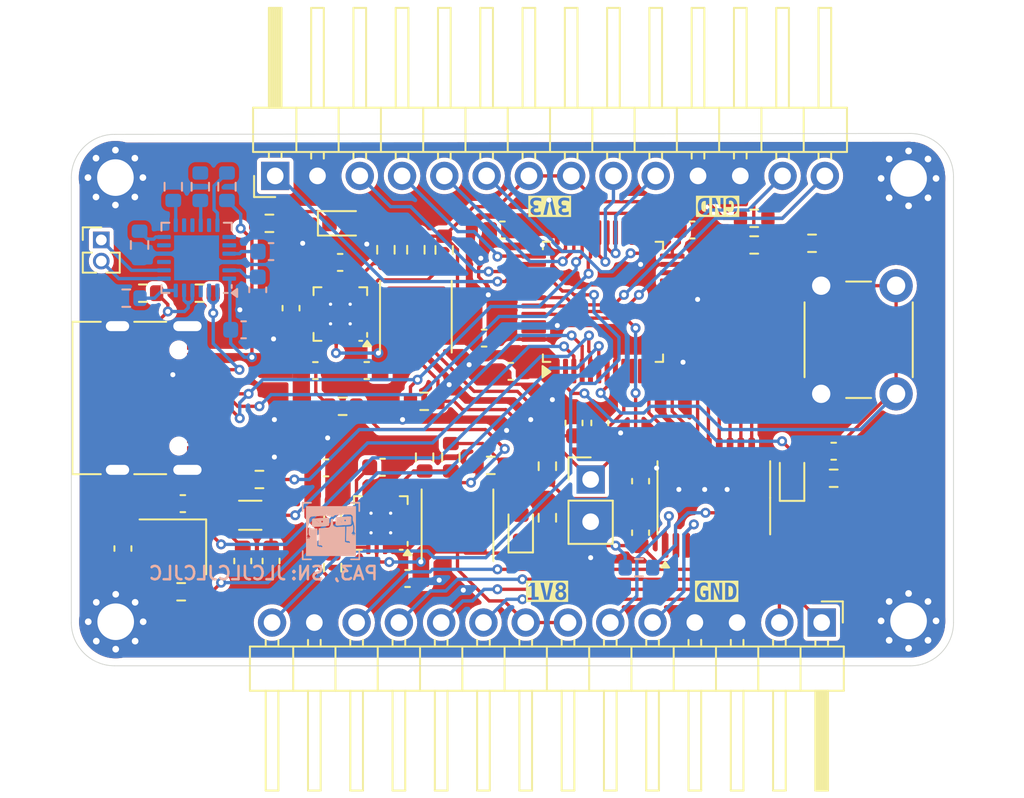
<source format=kicad_pcb>
(kicad_pcb (version 20240108) (generator "pcbnew") (generator_version "8.0")
  (layers (0 "F.Cu" jumper) (31 "B.Cu" signal) (34 "B.Paste" user) (35 "F.Paste" user) (36 "B.SilkS" user "B.Silkscreen") (37 "F.SilkS" user "F.Silkscreen") (38 "B.Mask" user) (39 "F.Mask" user) (44 "Edge.Cuts" user))
  (net 0 "")
  (net 1 "GND")
  (net 2 "/PC14")
  (net 3 "Net-(C2-Pad1)")
  (net 4 "/NRST")
  (net 5 "/PD0")
  (net 6 "Net-(C5-Pad1)")
  (net 7 "VIN")
  (net 8 "Net-(U1-VREG_1V2)")
  (net 9 "Net-(U1-VREG_2V7)")
  (net 10 "+3V3")
  (net 11 "Net-(U4-SS{slash}TR)")
  (net 12 "Net-(U5-SS{slash}TR)")
  (net 13 "+1V8")
  (net 14 "/USB_CC2")
  (net 16 "/USB_DM")
  (net 17 "/USB_DP")
  (net 18 "/USB_CC1")
  (net 20 "/1V8_MISO")
  (net 21 "/I2C1_SDA")
  (net 22 "/USART2_TX")
  (net 23 "/1V8_SCL")
  (net 24 "/SPI1_MISO")
  (net 25 "/USART1_RX")
  (net 26 "/USART1_TX")
  (net 27 "/1V8_SDA")
  (net 28 "/SPI1_SCK")
  (net 30 "/SPI1_MOSI")
  (net 31 "/I2C1_SCL")
  (net 32 "/1V8_SCK")
  (net 34 "/1V8_MOSI")
  (net 35 "/USART2_RX")
  (net 36 "Net-(L1-Pad1)")
  (net 37 "Net-(L2-Pad1)")
  (net 38 "/PC15")
  (net 39 "/BOOT0")
  (net 40 "/PD1")
  (net 41 "Net-(U1-VBUS_VS_DISCH)")
  (net 42 "Net-(U1-RESET)")
  (net 43 "Net-(U1-ADDR0)")
  (net 44 "Net-(U1-ADDR1)")
  (net 45 "/USB_EN_SNK")
  (net 46 "Net-(U1-VBUS_EN_SNK)")
  (net 47 "Net-(U3-OE)")
  (net 48 "/PG_1V8")
  (net 49 "/PG_3V3")
  (net 50 "Net-(U4-FB)")
  (net 51 "Net-(U5-FB)")
  (net 52 "Net-(J5-Pin_1)")
  (net 57 "Net-(J5-Pin_2)")
  (net 62 "/JTCK")
  (net 63 "/SPI2_NSS")
  (net 68 "/JTMS")
  (net 69 "/JTDI")
  (net 71 "/SPI1_NSS")
  (net 73 "/JTDO")
  (net 76 "/PC13")
  (net 77 "/I2C2_SDA")
  (net 79 "/JTRST")
  (net 80 "/I2C2_SCL")
  (net 81 "/1V8_TX")
  (net 82 "/1V8_RX")
  (net 83 "/EN_1V8")
  (net 84 "/EN_3V3")
  (net 85 "Net-(D1-K)")
  (net 86 "Net-(D2-K)")
  (net 87 "Net-(D3-K)")
  (net 88 "/1V8_NSS")
  (footprint "Capacitor_SMD:C_0603_1608Metric" (layer "F.Cu") (at 108.1 94.55 90)
    (property "Reference" "C5" (hide yes))
    (property "Value" "20pF")
  )
  (footprint "Capacitor_SMD:C_0603_1608Metric" (layer "F.Cu") (at 150.8 88.7 180)
    (property "Reference" "C3" (hide yes))
    (property "Value" "100nF")
  )
  (footprint "Capacitor_SMD:C_0603_1608Metric" (layer "F.Cu") (at 135.2 87 90)
    (property "Reference" "C10" (hide yes))
    (property "Value" "1uF")
  )
  (footprint "Capacitor_SMD:C_0603_1608Metric" (layer "F.Cu") (at 121.15 77.35 180)
    (property "Reference" "C20" (hide yes))
    (property "Value" "3.3nF")
  )
  (footprint "Connector_PinHeader_2.54mm:PinHeader_1x14_P2.54mm_Horizontal" (layer "F.Cu") (at 150.08 99 -90)
    (property "Reference" "J3" (hide yes))
    (property "Value" "~")
  )
  (footprint "Resistor_SMD:R_0603_1608Metric" (layer "F.Cu") (at 126.2 85.7 180)
    (property "Reference" "R26" (hide yes))
    (property "Value" "1.5k")
  )
  (footprint "Capacitor_SMD:C_0603_1608Metric" (layer "F.Cu") (at 130.9 75.4 180)
    (property "Reference" "C13" (hide yes))
    (property "Value" "100nF")
  )
  (footprint "Connector_PinHeader_2.54mm:PinHeader_1x14_P2.54mm_Horizontal" (layer "F.Cu") (at 117.25 72.15 90)
    (property "Reference" "J2" (hide yes))
    (property "Value" "~")
  )
  (footprint "Capacitor_SMD:C_0603_1608Metric" (layer "F.Cu") (at 122.75 83.85 180)
    (property "Reference" "C22" (hide yes))
    (property "Value" "22uF")
  )
  (footprint "Resistor_SMD:R_0603_1608Metric" (layer "F.Cu") (at 149.5 76.2)
    (property "Reference" "R1" (hide yes))
    (property "Value" "10k")
  )
  (footprint "LED_SMD:LED_0603_1608Metric" (layer "F.Cu") (at 132 93.3 90)
    (property "Reference" "D1" (hide yes))
    (property "Value" "LED")
  )
  (footprint "Capacitor_SMD:C_0603_1608Metric" (layer "F.Cu") (at 139.2 93.6 -90)
    (property "Reference" "C23" (hide yes))
    (property "Value" "0.1uF")
  )
  (footprint "Capacitor_SMD:C_0603_1608Metric" (layer "F.Cu") (at 120.7 92.6 90)
    (property "Reference" "C17" (hide yes))
    (property "Value" "100nF")
  )
  (footprint "Capacitor_SMD:C_0603_1608Metric" (layer "F.Cu") (at 115.3 95.3 -90)
    (property "Reference" "C2" (hide yes))
    (property "Value" "10pF")
  )
  (footprint "Capacitor_SMD:C_0603_1608Metric" (layer "F.Cu") (at 120.3 89.7 180)
    (property "Reference" "C14" (hide yes))
    (property "Value" "10uF")
  )
  (footprint "Capacitor_SMD:C_0603_1608Metric" (layer "F.Cu") (at 139.2 90.5 -90)
    (property "Reference" "C24" (hide yes))
    (property "Value" "0.1uF")
  )
  (footprint "MountingHole:MountingHole_2.2mm_M2_Pad_Via" (layer "F.Cu") (at 155.3 98.9)
    (property "Reference" "H4" (hide yes))
    (property "Value" "MountingHole_Pad")
  )
  (footprint "Capacitor_SMD:C_0603_1608Metric" (layer "F.Cu") (at 111.7 91.85 180)
    (property "Reference" "C4" (hide yes))
    (property "Value" "20pF")
  )
  (footprint "Connector_PinHeader_2.54mm:PinHeader_1x02_P2.54mm_Vertical" (layer "F.Cu") (at 136.2 90.4)
    (property "Reference" "J4" (hide yes))
    (property "Value" "Conn_01x02")
  )
  (footprint "Capacitor_SMD:C_0603_1608Metric" (layer "F.Cu") (at 129.8 81.9)
    (property "Reference" "C11" (hide yes))
    (property "Value" "10uF")
  )
  (footprint "Crystal:Crystal_SMD_3215-2Pin_3.2x1.5mm" (layer "F.Cu") (at 115.75 92.55)
    (property "Reference" "Y1" (hide yes))
    (property "Value" "32.768k")
  )
  (footprint "Capacitor_SMD:C_0603_1608Metric" (layer "F.Cu") (at 125.2 96.35 180)
    (property "Reference" "C21" (hide yes))
    (property "Value" "22uF")
  )
  (footprint "Resistor_SMD:R_0603_1608Metric" (layer "F.Cu") (at 126.225 89.065 90)
    (property "Reference" "R14" (hide yes))
    (property "Value" "240k")
  )
  (footprint "Package_DFN_QFN:VQFN-16-1EP_3x3mm_P0.5mm_EP1.68x1.68mm_ThermalVias" (layer "F.Cu") (at 121.1625 80.4525 180)
    (property "Reference" "U5" (hide yes))
    (property "Value" "TPS62130")
  )
  (footprint "Resistor_SMD:R_0603_1608Metric" (layer "F.Cu") (at 111.6 97.15)
    (property "Reference" "R4" (hide yes))
    (property "Value" "0")
  )
  (footprint "Inductor_SMD:L_Coilcraft_XxL4020" (layer "F.Cu") (at 125.7 80.615 -90)
    (property "Reference" "L2" (hide yes))
    (property "Value" "2.2uH")
  )
  (footprint "Resistor_SMD:R_0603_1608Metric" (layer "F.Cu") (at 121.3 86)
    (property "Reference" "R18" (hide yes))
    (property "Value" "10k")
  )
  (footprint "Resistor_SMD:R_0603_1608Metric" (layer "F.Cu") (at 120.7 95.7 -90)
    (property "Reference" "R17" (hide yes))
    (property "Value" "10k")
  )
  (footprint "Resistor_SMD:R_0603_1608Metric" (layer "F.Cu") (at 112.7 79.2 180)
    (property "Reference" "R22" (hide yes))
    (property "Value" "5.1k")
  )
  (footprint "Capacitor_SMD:C_0603_1608Metric" (layer "F.Cu") (at 119.6625 83.8525 180)
    (property "Reference" "C15" (hide yes))
    (property "Value" "10uF")
  )
  (footprint "Connector_PinHeader_1.27mm:PinHeader_1x02_P1.27mm_Vertical" (layer "F.Cu") (at 106.8 76)
    (property "Reference" "J5" (hide yes))
    (property "Value" "Conn_01x02")
  )
  (footprint "Resistor_SMD:R_0603_1608Metric" (layer "F.Cu") (at 116.9 75 180)
    (property "Reference" "R20" (hide yes))
    (property "Value" "1k")
  )
  (footprint "MountingHole:MountingHole_2.2mm_M2_Pad_Via" (layer "F.Cu") (at 107.666726 98.95)
    (property "Reference" "H3" (hide yes))
    (property "Value" "MountingHole_Pad")
  )
  (footprint "Package_QFP:LQFP-48_7x7mm_P0.5mm" (layer "F.Cu") (at 136.94 79.72 90)
    (property "Reference" "U2" (hide yes))
    (property "Value" "STM32F103C8Tx")
  )
  (footprint "Resistor_SMD:R_0603_1608Metric" (layer "F.Cu") (at 123.9 76.59 90)
    (property "Reference" "R16" (hide yes))
    (property "Value" "240k")
  )
  (footprint "Resistor_SMD:R_0603_1608Metric" (layer "F.Cu") (at 116.3 90.4)
    (property "Reference" "R2" (hide yes))
    (property "Value" "0")
  )
  (footprint "Resistor_SMD:R_0603_1608Metric" (layer "F.Cu") (at 130.2 89.55 180)
    (property "Reference" "R11" (hide yes))
    (property "Value" "100k")
  )
  (footprint "Resistor_SMD:R_0603_1608Metric" (layer "F.Cu") (at 109.3 79.2 180)
    (property "Reference" "R23" (hide yes))
    (property "Value" "5.1k")
  )
  (footprint "Resistor_SMD:R_0603_1608Metric" (layer "F.Cu") (at 127.4 76.6 -90)
    (property "Reference" "R12" (hide yes))
    (property "Value" "100k")
  )
  (footprint "Capacitor_SMD:C_0603_1608Metric" (layer "F.Cu") (at 131.4 83.9 180)
    (property "Reference" "C16" (hide yes))
    (property "Value" "100nF")
  )
  (footprint "Resistor_SMD:R_0603_1608Metric" (layer "F.Cu") (at 127.8 89.065 90)
    (property "Reference" "R13" (hide yes))
    (property "Value" "300k")
  )
  (footprint "LED_SMD:LED_0603_1608Metric" (layer "F.Cu") (at 148.3 90.2 90)
    (property "Reference" "D3" (hide yes))
    (property "Value" "LED")
  )
  (footprint "Button_Switch_THT:SW_PUSH_6mm" (layer "F.Cu") (at 150.05 85.25 90)
    (property "Reference" "SW1" (hide yes))
    (property "Value" "SW_Push")
  )
  (footprint "Resistor_SMD:R_0603_1608Metric" (layer "F.Cu") (at 146.025 74.7)
    (property "Reference" "R24" (hide yes))
    (property "Value" "10k")
  )
  (footprint "Resistor_SMD:R_0603_1608Metric" (layer "F.Cu") (at 146.025 76.3)
    (property "Reference" "R25" (hide yes))
    (property "Value" "10k")
  )
  (footprint "Package_DFN_QFN:VQFN-16-1EP_3x3mm_P0.5mm_EP1.68x1.68mm_ThermalVias" (layer "F.Cu") (at 123.595 93.015 180)
    (property "Reference" "U4" (hide yes))
    (property "Value" "TPS62130")
  )
  (footprint "LED_SMD:LED_0603_1608Metric" (layer "F.Cu") (at 121.3 75)
    (property "Reference" "D2" (hide yes))
    (property "Value" "LED")
  )
  (footprint "Inductor_SMD:L_Coilcraft_XxL4020" (layer "F.Cu") (at 128.2 93.15 -90)
    (property "Reference" "L1" (hide yes))
    (property "Value" "2.2uH")
  )
  (footprint "Capacitor_SMD:C_0603_1608Metric" (layer "F.Cu") (at 136.75 87 90)
    (property "Reference" "C9" (hide yes))
    (property "Value" "100nF")
  )
  (footprint "Resistor_SMD:R_0603_1608Metric" (layer "F.Cu") (at 133.6 92.7 90)
    (property "Reference" "R19" (hide yes))
    (property "Value" "1k")
  )
  (footprint "Capacitor_SMD:C_0603_1608Metric" (layer "F.Cu") (at 118.2 80.1 90)
    (property "Reference" "C18" (hide yes))
    (property "Value" "100nF")
  )
  (footprint "Resistor_SMD:R_0603_1608Metric" (layer "F.Cu") (at 125.7 76.59 90)
    (property "Reference" "R15" (hide yes))
    (property "Value" "750k")
  )
  (footprint "MountingHole:MountingHole_2.2mm_M2_Pad_Via" (layer "F.Cu") (at 155.3 72.3)
    (property "Reference" "H2" (hide yes))
    (property "Value" "MountingHole_Pad")
  )
  (footprint "Capacitor_SMD:C_0603_1608Metric" (layer "F.Cu") (at 117 95.3 -90)
    (property "Reference" "C1" (hide yes))
    (property "Value" "10pF")
  )
  (footprint "Resistor_SMD:R_0603_1608Metric" (layer "F.Cu") (at 133.6 89.6 90)
    (property "Reference" "R3" (hide yes))
    (property "Value" "10k")
  )
  (footprint "Resistor_SMD:R_0603_1608Metric" (layer "F.Cu") (at 150.8 90.325)
    (property "Reference" "R21" (hide yes))
    (property "Value" "1k")
  )
  (footprint "Crystal:Crystal_SMD_3225-4Pin_3.2x2.5mm" (layer "F.Cu") (at 111.1 94.45 180)
    (property "Reference" "Y2" (hide yes))
    (property "Value" "8MHz")
  )
  (footprint "MountingHole:MountingHole_2.2mm_M2_Pad_Via" (layer "F.Cu") (at 107.65 72.25)
    (property "Reference" "H1" (hide yes))
    (property "Value" "MountingHole_Pad")
  )
  (footprint "Capacitor_SMD:C_0603_1608Metric" (layer "F.Cu") (at 123.7 89.665 180)
    (property "Reference" "C19" (hide yes))
    (property "Value" "3.3nF")
  )
  (footprint "Capacitor_SMD:C_0603_1608Metric" (layer "F.Cu") (at 142.3 75.4)
    (property "Reference" "C12" (hide yes))
    (property "Value" "100nF")
  )
  (footprint "Package_SO:TSSOP-20_4.4x6.5mm_P0.65mm" (layer "F.Cu") (at 143.6 91.5 90)
    (property "Reference" "U3" (hide yes))
    (property "Value" "TXS0108EPW")
  )
  (footprint "Connector_USB:USB_C_Receptacle_G-Switch_GT-USB-7010ASV" (layer "F.Cu") (at 108.85 85.5 -90)
    (property "Reference" "J1" (hide yes))
    (property "Value" "USB_C_Receptacle_USB2.0")
  )
  (footprint "Resistor_SMD:R_0603_1608Metric" (layer "B.Cu") (at 112.75 72.8 90)
    (property "Reference" "R9" (hide yes))
    (property "Value" "22k")
  )
  (footprint "Capacitor_SMD:C_0603_1608Metric" (layer "B.Cu") (at 115.35 81.4 180)
    (property "Reference" "C6" (hide yes))
    (property "Value" "1uF")
  )
  (footprint "Capacitor_SMD:C_0603_1608Metric" (layer "B.Cu") (at 116.2 79 -90)
    (property "Reference" "C8" (hide yes))
    (property "Value" "1uF")
  )
  (footprint "Resistor_SMD:R_0603_1608Metric" (layer "B.Cu") (at 139.1 95.7)
    (property "Reference" "R10" (hide yes))
    (property "Value" "10k")
  )
  (footprint "Resistor_SMD:R_0603_1608Metric" (layer "B.Cu") (at 108.3 79.5 180)
    (property "Reference" "R6" (hide yes))
    (property "Value" "10k")
  )
  (footprint "Resistor_SMD:R_0603_1608Metric" (layer "B.Cu") (at 114.35 72.8 -90)
    (property "Reference" "R5" (hide yes))
    (property "Value" "1k")
  )
  (footprint "Resistor_SMD:R_0603_1608Metric" (layer "B.Cu") (at 111.125 72.8 90)
    (property "Reference" "R8" (hide yes))
    (property "Value" "100k")
  )
  (footprint "Package_DFN_QFN:QFN-24-1EP_4x4mm_P0.5mm_EP2.7x2.7mm" (layer "B.Cu") (at 112.525 77.075 90)
    (property "Reference" "U1" (hide yes))
    (property "Value" "STUSB4500QTR")
  )
  (footprint "Resistor_SMD:R_0603_1608Metric" (layer "B.Cu") (at 109.1 76.3 -90)
    (property "Reference" "R7" (hide yes))
    (property "Value" "100k")
  )
  (footprint "Capacitor_SMD:C_0603_1608Metric" (layer "B.Cu") (at 117 76.7 180)
    (property "Reference" "C7" (hide yes))
    (property "Value" "1uF")
  )
  (footprint "Kicad:Logo" (layer "B.Cu") (at 120.6 93.5 180)
    (property "Reference" "G***" (hide yes))
    (property "Value" "LOGO" (hide yes))
  )
  (gr_line (start 118.9 95.2) (end 118.9 94.7) (stroke (width 0.1)) (layer "B.SilkS"))
  (gr_line (start 122.3 91.8) (end 122.3 92.3) (stroke (width 0.1)) (layer "B.SilkS"))
  (gr_line (start 118.9 95.2) (end 119.4 95.2) (stroke (width 0.1)) (layer "B.SilkS"))
  (gr_line (start 122.3 91.8) (end 121.8 91.8) (stroke (width 0.1)) (layer "B.SilkS"))
  (gr_line (start 122.3 95.2) (end 122.3 94.7) (stroke (width 0.1)) (layer "B.SilkS"))
  (gr_line (start 122.3 95.2) (end 121.8 95.2) (stroke (width 0.1)) (layer "B.SilkS"))
  (gr_line (start 118.9 91.8) (end 118.9 92.3) (stroke (width 0.1)) (layer "B.SilkS"))
  (gr_line (start 118.9 91.8) (end 119.4 91.8) (stroke (width 0.1)) (layer "B.SilkS"))
  (gr_line (start 158 72.2) (end 158 99) (stroke (width 0.05)) (layer "Edge.Cuts"))
  (gr_arc (start 155.4 69.6) (mid 157.238478 70.361522) (end 158 72.2) (stroke (width 0.05)) (layer "Edge.Cuts"))
  (gr_arc (start 158 99) (mid 157.238478 100.838478) (end 155.4 101.6) (stroke (width 0.05)) (layer "Edge.Cuts"))
  (gr_line (start 155.4 101.6) (end 107.6 101.6) (stroke (width 0.05)) (layer "Edge.Cuts"))
  (gr_arc (start 105 72.25) (mid 105.761522 70.411522) (end 107.6 69.65) (stroke (width 0.05)) (layer "Edge.Cuts"))
  (gr_line (start 105 99) (end 105 72.25) (stroke (width 0.05)) (layer "Edge.Cuts"))
  (gr_line (start 107.6 69.65) (end 155.4 69.6) (stroke (width 0.05)) (layer "Edge.Cuts"))
  (gr_arc (start 107.6 101.6) (mid 105.761522 100.838478) (end 105 99) (stroke (width 0.05)) (layer "Edge.Cuts"))
  (gr_text "JLCJLCJLCJLC" (at 118 96.5 0) (layer "B.SilkS") (effects (font (size 0.8 0.8) (thickness 0.15) (bold yes)) (justify left bottom mirror)))
  (gr_text "PA3, SN: " (at 123.5 96.5 0) (layer "B.SilkS") (effects (font (size 0.8 0.8) (thickness 0.15) (bold yes)) (justify left bottom mirror)))
  (gr_text "GND\n" (at 145.1 73.3 180) (layer "F.SilkS" knockout) (effects (font (size 1 1) (thickness 0.2) (bold yes)) (justify left bottom)))
  (gr_text "3V3" (at 135 73.3 180) (layer "F.SilkS" knockout) (effects (font (size 1 1) (thickness 0.2) (bold yes)) (justify left bottom)))
  (gr_text "1V8" (at 132.3 97.8 0) (layer "F.SilkS" knockout) (effects (font (size 1 1) (thickness 0.2) (bold yes)) (justify left bottom)))
  (gr_text "GND\n" (at 142.5 97.8 0) (layer "F.SilkS" knockout) (effects (font (size 1 1) (thickness 0.2) (bold yes)) (justify left bottom)))
  (segment (start 130.05 78.798528) (end 129.471152 78.21968) (width 0.2) (layer "F.Cu") (net 1))
  (segment (start 139.2 77.47) (end 141.1025 77.47) (width 0.2) (layer "F.Cu") (net 1))
  (segment (start 122.845 91.5525) (end 122.845 92.265) (width 0.2) (layer "F.Cu") (net 1))
  (segment (start 150.025 88.7) (end 151 89.675) (width 0.2) (layer "F.Cu") (net 1))
  (segment (start 123.235 75.765) (end 123.9 75.765) (width 0.2) (layer "F.Cu") (net 1))
  (segment (start 121.9125 81.915) (end 121.9125 83.7875) (width 0.2) (layer "F.Cu") (net 1))
  (segment (start 120.4125 78.99) (end 120.4125 79.7025) (width 0.2) (layer "F.Cu") (net 1))
  (segment (start 116.075 75) (end 117.275 73.8) (width 0.2) (layer "F.Cu") (net 1))
  (segment (start 120.4375 83.8525) (end 121.9725 83.8525) (width 0.2) (layer "F.Cu") (net 1))
  (segment (start 139.9 78.97) (end 141.1025 78.97) (width 0.2) (layer "F.Cu") (net 1))
  (segment (start 139.2 77.47) (end 138.63 77.47) (width 0.2) (layer "F.Cu") (net 1))
  (segment (start 125.21 88.24) (end 126.225 88.24) (width 0.2) (layer "F.Cu") (net 1))
  (segment (start 135.053144 78.67) (end 133.924866 77.541722) (width 0.2) (layer "F.Cu") (net 1))
  (segment (start 143.075 75.4) (end 143.2 75.4) (width 0.2) (layer "F.Cu") (net 1))
  (segment (start 121.9125 81.2025) (end 121.1625 80.4525) (width 0.2) (layer "F.Cu") (net 1))
  (segment (start 121.975 83.85) (end 121.975 83.875) (width 0.2) (layer "F.Cu") (net 1))
  (segment (start 132.975 84.675) (end 133.9 85.6) (width 0.2) (layer "F.Cu") (net 1))
  (segment (start 133.924866 77.541722) (end 133.924866 77.044664) (width 0.2) (layer "F.Cu") (net 1))
  (segment (start 143.075 76.525) (end 143.075 75.4) (width 0.2) (layer "F.Cu") (net 1))
  (segment (start 133.924866 77.044664) (end 134.276337 76.693193) (width 0.2) (layer "F.Cu") (net 1))
  (segment (start 150.05 85.25) (end 148.55 85.25) (width 0.2) (layer "F.Cu") (net 1))
  (segment (start 123.845 91.5525) (end 123.845 92.765) (width 0.2) (layer "F.Cu") (net 1))
  (segment (start 108.1 93.775) (end 108.275 93.6) (width 0.2) (layer "F.Cu") (net 1))
  (segment (start 108.275 93.6) (end 110 93.6) (width 0.2) (layer "F.Cu") (net 1))
  (segment (start 134.525 86.225) (end 133.9 85.6) (width 0.2) (layer "F.Cu") (net 1))
  (segment (start 124.475 89.665) (end 124.475 88.975) (width 0.2) (layer "F.Cu") (net 1))
  (segment (start 135.135686 78.67) (end 135.053144 78.67) (width 0.2) (layer "F.Cu") (net 1))
  (segment (start 111.975 81.18) (end 114.145 81.18) (width 0.2) (layer "F.Cu") (net 1))
  (segment (start 137.051471 78.7) (end 135.165686 78.7) (width 0.2) (layer "F.Cu") (net 1))
  (segment (start 121.4125 81.915) (end 121.4125 80.7025) (width 0.2) (layer "F.Cu") (net 1))
  (segment (start 107.775 79.9) (end 107.775 81.18) (width 0.2) (layer "F.Cu") (net 1))
  (segment (start 115.3 96.075) (end 117 96.075) (width 0.2) (layer "F.Cu") (net 1))
  (segment (start 140.5 92) (end 141.5 91) (width 0.2) (layer "F.Cu") (net 1))
  (segment (start 131.4 84.675) (end 132.975 84.675) (width 0.2) (layer "F.Cu") (net 1))
  (segment (start 110.925 92.675) (end 110 93.6) (width 0.2) (layer "F.Cu") (net 1))
  (segment (start 135.2 86.225) (end 134.525 86.225) (width 0.2) (layer "F.Cu") (net 1))
  (segment (start 124.475 88.975) (end 125.21 88.24) (width 0.2) (layer "F.Cu") (net 1))
  (segment (start 121.778654 97.7) (end 120.865 97.7) (width 0.2) (layer "F.Cu") (net 1))
  (segment (start 129.6 77.522893) (end 129.6 75.925) (width 0.2) (layer "F.Cu") (net 1))
  (segment (start 118.2 77.6) (end 118.2 79.325) (width 0.2) (layer "F.Cu") (net 1))
  (segment (start 118.9 76.2) (end 117.275 76.2) (width 0.2) (layer "F.Cu") (net 1))
  (segment (start 122.75 76.25) (end 122.75 77.142157) (width 0.2) (layer "F.Cu") (net 1))
  (segment (start 134.2 81.142834) (end 136.392834 81.142834) (width 0.2) (layer "F.Cu") (net 1))
  (segment (start 150.05 78.75) (end 150.05 85.25) (width 0.2) (layer "F.Cu") (net 1))
  (segment (start 130.625 83.9) (end 131.4 84.675) (width 0.2) (layer "F.Cu") (net 1))
  (segment (start 142.02147 78.97) (end 141.1025 78.97) (width 0.2) (layer "F.Cu") (net 1))
  (segment (start 150.025 85.275) (end 150.025 88.7) (width 0.2) (layer "F.Cu") (net 1))
  (segment (start 138 78.1) (end 137.651471 78.1) (width 0.2) (layer "F.Cu") (net 1))
  (segment (start 123.845 91.5525) (end 123.845 90.295) (width 0.2) (layer "F.Cu") (net 1))
  (segment (start 124.425 96.35) (end 123.128654 96.35) (width 0.2) (layer "F.Cu") (net 1))
  (segment (start 123.345 92.765) (end 123.595 93.015) (width 0.2) (layer "F.Cu") (net 1))
  (segment (start 130.05 81.375) (end 130.05 78.798528) (width 0.2) (layer "F.Cu") (net 1))
  (segment (start 112.2 95.3) (end 114.525 95.3) (width 0.2) (layer "F.Cu") (net 1))
  (segment (start 111.875 79.2) (end 111.875 81.08) (width 0.2) (layer "F.Cu") (net 1))
  (segment (start 121.4125 78.99) (end 121.4125 80.2025) (width 0.2) (layer "F.Cu") (net 1))
  (segment (start 123.845 92.765) (end 123.595 93.015) (width 0.2) (layer "F.Cu") (net 1))
  (segment (start 123.845 93.265) (end 123.595 93.015) (width 0.2) (layer "F.Cu") (net 1))
  (segment (start 130.625 81.95) (end 130.575 81.9) (width 0.2) (layer "F.Cu") (net 1))
  (segment (start 137.69 85.285) (end 136.75 86.225) (width 0.2) (layer "F.Cu") (net 1))
  (segment (start 129.471152 77.651741) (end 129.6 77.522893) (width 0.2) (layer "F.Cu") (net 1))
  (segment (start 108.475 79.2) (end 107.775 79.9) (width 0.2) (layer "F.Cu") (net 1))
  (segment (start 140.025 92) (end 140.5 92) (width 0.2) (layer "F.Cu") (net 1))
  (segment (start 121.4125 77.8625) (end 121.4125 78.99) (width 0.2) (layer "F.Cu") (net 1))
  (segment (start 118.9 76.2) (end 120.775 76.2) (width 0.2) (layer "F.Cu") (net 1))
  (segment (start 124.345 93.765) (end 123.595 93.015) (width 0.2) (layer "F.Cu") (net 1))
  (segment (start 136.392834 81.142834) (end 137.69 82.44) (width 0.2) (layer "F.Cu") (net 1))
  (segment (start 117.275 76.2) (end 116.075 75) (width 0.2) (layer "F.Cu") (net 1))
  (segment (start 151 89.7) (end 151.625 90.325) (width 0.2) (layer "F.Cu") (net 1))
  (segment (start 122.75 76.25) (end 123.235 75.765) (width 0.2) (layer "F.Cu") (net 1))
  (segment (start 111.875 81.08) (end 111.975 81.18) (width 0.2) (layer "F.Cu") (net 1))
  (segment (start 114.525 95.3) (end 115.3 96.075) (width 0.2) (layer "F.Cu") (net 1))
  (segment (start 123.845 94.4775) (end 123.845 93.265) (width 0.2) (layer "F.Cu") (net 1))
  (segment (start 150.05 85.25) (end 150.025 85.275) (width 0.2) (layer "F.Cu") (net 1))
  (segment (start 138.63 77.47) (end 138 78.1) (width 0.2) (layer "F.Cu") (net 1))
  (segment (start 129.471152 78.21968) (end 129.471152 77.651741) (width 0.2) (layer "F.Cu") (net 1))
  (segment (start 137.651471 78.1) (end 137.051471 78.7) (width 0.2) (layer "F.Cu") (net 1))
  (segment (start 151 89.675) (end 151 89.7) (width 0.2) (layer "F.Cu") (net 1))
  (segment (start 128.9 83.5) (end 129.3 83.9) (width 0.2) (layer "F.Cu") (net 1))
  (segment (start 135.2 86.225) (end 136.75 86.225) (width 0.2) (layer "F.Cu") (net 1))
  (segment (start 132 89.7) (end 132.7 90.4) (width 0.2) (layer "F.Cu") (net 1))
  (segment (start 120.865 97.7) (end 119.565 99) (width 0.2) (layer "F.Cu") (net 1))
  (segment (start 120.775 76.2) (end 121.925 77.35) (width 0.2) (layer "F.Cu") (net 1))
  (segment (start 110 93.6) (end 110.95 93.6) (width 0.2) (layer "F.Cu") (net 1))
  (segment (start 121.975 83.875) (end 124.9 86.8) (width 0.2) (layer "F.Cu") (net 1))
  (segment (start 111.2 93.85) (end 111.2 94.5) (width 0.2) (layer "F.Cu") (net 1))
  (segment (start 121.4125 80.7025) (end 121.1625 80.4525) (width 0.2) (layer "F.Cu") (net 1))
  (segment (start 135.165686 78.7) (end 135.135686 78.67) (width 0.2) (layer "F.Cu") (net 1))
  (segment (start 141.1025 77.47) (end 142.13 77.47) (width 0.2) (layer "F.Cu") (net 1))
  (segment (start 130.645 81.97) (end 130.575 81.9) (width 0.2) (layer "F.Cu") (net 1))
  (segment (start 134.541121 76.693193) (end 134.69 76.544314) (width 0.2) (layer "F.Cu") (net 1))
  (segment (start 139.2 89.725) (end 140.149754 89.725) (width 0.2) (layer "F.Cu") (net 1))
  (segment (start 148.55 85.25) (end 146.525 87.275) (width 0.2) (layer "F.Cu") (net 1))
  (segment (start 110.95 93.6) (end 111.2 93.85) (width 0.2) (layer "F.Cu") (net 1))
  (segment (start 123.845 90.295) (end 124.475 89.665) (width 0.2) (layer "F.Cu") (net 1))
  (segment (start 120.4125 79.7025) (end 121.1625 80.4525) (width 0.2) (layer "F.Cu") (net 1))
  (segment (start 117.275 73.8) (end 118.14 73.8) (width 0.2) (layer "F.Cu") (net 1))
  (segment (start 118.14 73.8) (end 119.79 72.15) (width 0.2) (layer "F.Cu") (net 1))
  (segment (start 114.145 81.18) (end 115.125 80.2) (width 0.2) (layer "F.Cu") (net 1))
  (segment (start 130.575 81.9) (end 130.05 81.375) (width 0.2) (layer "F.Cu") (net 1))
  (segment (start 146.525 87.275) (end 146.525 90.275) (width 0.2) (layer "F.Cu") (net 1))
  (segment (start 121.925 77.35) (end 121.4125 77.8625) (width 0.2) (layer "F.Cu") (net 1))
  (segment (start 112 95.3) (end 112.2 95.3) (width 0.2) (layer "F.Cu") (net 1))
  (segment (start 123.345 91.5525) (end 123.345 92.765) (width 0.2) (layer "F.Cu") (net 1))
  (segment (start 132.7 90.4) (end 132.7 90.975) (width 0.2) (layer "F.Cu") (net 1))
  (segment (start 123.128654 96.35) (end 121.778654 97.7) (width 0.2) (layer "F.Cu") (net 1))
  (segment (start 111.2 94.5) (end 112 95.3) (width 0.2) (layer "F.Cu") (net 1))
  (segment (start 118.9 76.2) (end 118.9 76.9) (width 0.2) (layer "F.Cu") (net 1))
  (segment (start 121.4125 80.2025) (end 121.1625 80.4525) (width 0.2) (layer "F.Cu") (net 1))
  (segment (start 118.9 76.9) (end 118.2 77.6) (width 0.2) (layer "F.Cu") (net 1))
  (segment (start 110.925 91.85) (end 110.925 92.675) (width 0.2) (layer "F.Cu") (net 1))
  (segment (start 141.5 91) (end 144.4 91) (width 0.2) (layer "F.Cu") (net 1))
  (segment (start 145.8 91) (end 144.4 91) (width 0.2) (layer "F.Cu") (net 1))
  (segment (start 129.3 83.9) (end 130.625 83.9) (width 0.2) (layer "F.Cu") (net 1))
  (segment (start 130.5 86.8) (end 132 88.3) (width 0.2) (layer "F.Cu") (net 1))
  (segment (start 134.69 76.544314) (end 134.69 75.5575) (width 0.2) (layer "F.Cu") (net 1))
  (segment (start 134.276337 76.693193) (end 134.541121 76.693193) (width 0.2) (layer "F.Cu") (net 1))
  (segment (start 122.542157 77.35) (end 121.925 77.35) (width 0.2) (layer "F.Cu") (net 1))
  (segment (start 124.345 94.4775) (end 124.345 93.765) (width 0.2) (layer "F.Cu") (net 1))
  (segment (start 129.6 75.925) (end 130.125 75.4) (width 0.2) (layer "F.Cu") (net 1))
  (segment (start 140.149754 89.725) (end 140.161944 89.71281) (width 0.2) (layer "F.Cu") (net 1))
  (segment (start 146.525 90.275) (end 145.8 91) (width 0.2) (layer "F.Cu") (net 1))
  (segment (start 134.2 81.6) (end 133.83 81.97) (width 0.2) (layer "F.Cu") (net 1))
  (segment (start 124.9 86.8) (end 130.5 86.8) (width 0.2) (layer "F.Cu") (net 1))
  (segment (start 132.7 90.975) (end 134.665 92.94) (width 0.2) (layer "F.Cu") (net 1))
  (segment (start 133.83 81.97) (end 132.7775 81.97) (width 0.2) (layer "F.Cu") (net 1))
  (segment (start 132.7775 81.97) (end 130.645 81.97) (width 0.2) (layer "F.Cu") (net 1))
  (segment (start 134.2 81.142834) (end 134.2 81.6) (width 0.2) (layer "F.Cu") (net 1))
  (segment (start 139.2 92.825) (end 140.025 92) (width 0.2) (layer "F.Cu") (net 1))
  (segment (start 122.845 92.265) (end 123.595 93.015) (width 0.2) (layer "F.Cu") (net 1))
  (segment (start 120.9125 80.2025) (end 121.1625 80.4525) (width 0.2) (layer "F.Cu") (net 1))
  (segment (start 120.9125 78.99) (end 120.9125 80.2025) (width 0.2) (layer "F.Cu") (net 1))
  (segment (start 139.2 92.825) (end 136.315 92.825) (width 0.2) (layer "F.Cu") (net 1))
  (segment (start 137.69 82.44) (end 137.69 83.8825) (width 0.2) (layer "F.Cu") (net 1))
  (segment (start 122.75 77.142157) (end 122.542157 77.35) (width 0.2) (layer "F.Cu") (net 1))
  (segment (start 121.9125 81.915) (end 121.9125 81.2025) (width 0.2) (layer "F.Cu") (net 1))
  (segment (start 142.13 77.47) (end 143.075 76.525) (width 0.2) (layer "F.Cu") (net 1))
  (segment (start 136.315 92.825) (end 136.2 92.94) (width 0.2) (layer "F.Cu") (net 1))
  (segment (start 142.625735 79.574265) (end 142.02147 78.97) (width 0.2) (layer "F.Cu") (net 1))
  (segment (start 132 88.3) (end 132 89.7) (width 0.2) (layer "F.Cu") (net 1))
  (segment (start 137.69 83.8825) (end 137.69 85.285) (width 0.2) (layer "F.Cu") (net 1))
  (segment (start 134.665 92.94) (end 136.2 92.94) (width 0.2) (layer "F.Cu") (net 1))
  (via (at 131.15 87.45) (size 0.6) (drill 0.3) (layers "F.Cu" "B.Cu") (net 1))
  (via (at 117.2 89.05) (size 0.6) (drill 0.3) (layers "F.Cu" "B.Cu") (net 1))
  (via (at 122.75 76.25) (size 0.6) (drill 0.3) (layers "F.Cu" "B.Cu") (net 1))
  (via (at 138 87.6) (size 0.6) (drill 0.3) (layers "F.Cu" "B.Cu") (net 1))
  (via (at 133.3 76.3) (size 0.6) (drill 0.3) (layers "F.Cu" "B.Cu") (net 1))
  (via (at 120.4 87.9) (size 0.6) (drill 0.3) (layers "F.Cu" "B.Cu") (net 1))
  (via (at 128.9 83.5) (size 0.6) (drill 0.3) (layers "F.Cu" "B.Cu") (net 1))
  (via (at 141.75 83.35) (size 0.6) (drill 0.3) (layers "F.Cu" "B.Cu") (net 1))
  (via (at 129.6 77.1) (size 0.6) (drill 0.3) (layers "F.Cu" "B.Cu") (net 1))
  (via (at 127.1 96.45) (size 0.6) (drill 0.3) (layers "F.Cu" "B.Cu") (net 1))
  (via (at 118.9 76.2) (size 0.6) (drill 0.3) (layers "F.Cu" "B.Cu") (net 1))
  (via (at 144.4 91) (size 0.6) (drill 0.3) (layers "F.Cu" "B.Cu") (net 1))
  (via (at 136.2 95.1) (size 0.6) (drill 0.3) (layers "F.Cu" "B.Cu") (net 1))
  (via (at 115.125 80.2) (size 0.6) (drill 0.3) (layers "F.Cu" "B.Cu") (net 1))
  (via (at 117.2 86.8) (size 0.6) (drill 0.3) (layers "F.Cu" "B.Cu") (net 1))
  (via (at 139.2 77.47) (size 0.6) (drill 0.3) (layers "F.Cu" "B.Cu") (net 1))
  (via (at 132.6 86.8) (size 0.6) (drill 0.3) (layers "F.Cu" "B.Cu") (net 1))
  (via (at 128.55 97.05) (size 0.6) (drill 0.3) (layers "F.Cu" "B.Cu") (net 1))
  (via (at 130.05 79.3) (size 0.6) (drill 0.3) (layers "F.Cu" "B.Cu") (net 1))
  (via (at 133.7 73.6) (size 0.6) (drill 0.3) (layers "F.Cu" "B.Cu") (net 1))
  (via (at 143.05 91) (size 0.6) (drill 0.3) (layers "F.Cu" "B.Cu") (net 1))
  (via (at 141.5 91) (size 0.6) (drill 0.3) (layers "F.Cu" "B.Cu") (net 1))
  (via (at 133.9 85.6) (size 0.6) (drill 0.3) (layers "F.Cu" "B.Cu") (net 1))
  (via (at 140.161944 89.71281) (size 0.6) (drill 0.3) (layers "F.Cu" "B.Cu") (net 1))
  (via (at 142.625735 79.574265) (size 0.6) (drill 0.3) (layers "F.Cu" "B.Cu") (net 1))
  (via (at 134.2 81.142834) (size 0.6) (drill 0.3) (layers "F.Cu" "B.Cu") (net 1))
  (via (at 117.15 81.95) (size 0.6) (drill 0.3) (layers "F.Cu" "B.Cu") (net 1))
  (via (at 127.7 84.7) (size 0.6) (drill 0.3) (layers "F.Cu" "B.Cu") (net 1))
  (via (at 124.9 86.8) (size 0.6) (drill 0.3) (layers "F.Cu" "B.Cu") (net 1))
  (via (at 111.1 84.1) (size 0.6) (drill 0.3) (layers "F.Cu" "B.Cu") (net 1))
  (segment (start 114.4875 77.325) (end 115.526304 77.325) (width 0.2) (layer "B.Cu") (net 1))
  (segment (start 112.525 77.075) (end 112.275 76.825) (width 0.2) (layer "B.Cu") (net 1))
  (segment (start 133.8 85.6) (end 133.9 85.6) (width 0.2) (layer "B.Cu") (net 1))
  (segment (start 131.95 87.45) (end 133.8 85.6) (width 0.2) (layer "B.Cu") (net 1))
  (segment (start 125.6 86.8) (end 128.9 83.5) (width 0.2) (layer "B.Cu") (net 1))
  (segment (start 117.2 86.8) (end 114.18 89.82) (width 0.2) (layer "B.Cu") (net 1))
  (segment (start 142.65 72.15) (end 145.19 72.15) (width 0.2) (layer "B.Cu") (net 1))
  (segment (start 109.155 81.18) (end 111.975 81.18) (width 0.2) (layer "B.Cu") (net 1))
  (segment (start 116.125 79.85) (end 116.2 79.775) (width 0.2) (layer "B.Cu") (net 1))
  (segment (start 118.8575 81.0425) (end 115.5 84.4) (width 0.2) (layer "B.Cu") (net 1))
  (segment (start 139.2 77.47) (end 139.2 75.6) (width 0.2) (layer "B.Cu") (net 1))
  (segment (start 117.3 77.9) (end 117.775 77.425) (width 0.2) (layer "B.Cu") (net 1))
  (segment (start 114.18 89.82) (end 111.975 89.82) (width 0.2) (layer "B.Cu") (net 1))
  (segment (start 144.4 91) (end 145 91.6) (width 0.2) (layer "B.Cu") (net 1))
  (segment (start 115.55 79.775) (end 115.125 80.2) (width 0.2) (layer "B.Cu") (net 1))
  (segment (start 109.575 76.65) (end 109.1 77.125) (width 0.2) (layer "B.Cu") (net 1))
  (segment (start 153.2 101) (end 147 101) (width 0.2) (layer "B.Cu") (net 1))
  (segment (start 135.8 79.4) (end 135.8 79.051471) (width 0.2) (layer "B.Cu") (net 1))
  (segment (start 141.5 91) (end 140.21281 89.71281) (width 0.2) (layer "B.Cu") (net 1))
  (segment (start 135.8 79.051471) (end 136.251471 78.6) (width 0.2) (layer "B.Cu") (net 1))
  (segment (start 147 101) (end 145 99) (width 0.2) (layer "B.Cu") (net 1))
  (segment (start 139.2 75.6) (end 142.65 72.15) (width 0.2) (layer "B.Cu") (net 1))
  (segment (start 155.3 98.9) (end 153.2 101) (width 0.2) (layer "B.Cu") (net 1))
  (segment (start 110.5625 76.825) (end 110.075 76.825) (width 0.2) (layer "B.Cu") (net 1))
  (segment (start 117.775 77.425) (end 117.775 76.7) (width 0.2) (layer "B.Cu") (net 1))
  (segment (start 127.7 90.9) (end 125.71 90.9) (width 0.2) (layer "B.Cu") (net 1))
  (segment (start 116.2 79.775) (end 117.3 78.675) (width 0.2) (layer "B.Cu") (net 1))
  (segment (start 141.31 100.15) (end 136.893654 100.15) (width 0.2) (layer "B.Cu") (net 1))
  (segment (start 131.2 81.2) (end 134 81.2) (width 0.2) (layer "B.Cu") (net 1))
  (segment (start 115.676304 77.475) (end 117 77.475) (width 0.2) (layer "B.Cu") (net 1))
  (segment (start 139.42719 89.71281) (end 136.2 92.94) (width 0.2) (layer "B.Cu") (net 1))
  (segment (start 114.6 84.4) (end 112.1 81.9) (width 0.2) (layer "B.Cu") (net 1))
  (segment (start 118.9 76.2) (end 118.4 76.7) (width 0.2) (layer "B.Cu") (net 1))
  (segment (start 107.65 75.675) (end 107.65 72.25) (width 0.2) (layer "B.Cu") (net 1))
  (segment (start 134 81.2) (end 135.8 79.4) (width 0.2) (layer "B.Cu") (net 1))
  (segment (start 154.8 72.4) (end 155.2 72.4) (width 0.2) (layer "B.Cu") (net 1))
  (segment (start 109.9 76.65) (end 109.575 76.65) (width 0.2) (layer "B.Cu") (net 1))
  (segment (start 140.161944 89.71281) (end 139.42719 89.71281) (width 0.2) (layer "B.Cu") (net 1))
  (segment (start 150.05 77.15) (end 154.8 72.4) (width 0.2) (layer "B.Cu") (net 1))
  (segment (start 112.1 81.9) (end 112.1 81.305) (width 0.2) (layer "B.Cu") (net 1))
  (segment (start 107.475 79.5) (end 109.155 81.18) (width 0.2) (layer "B.Cu") (net 1))
  (segment (start 125.71 90.9) (end 124.185 92.425) (width 0.2) (layer "B.Cu") (net 1))
  (segment (start 112.775 77.325) (end 114.4875 77.325) (width 0.2) (layer "B.Cu") (net 1))
  (segment (start 116.125 81.4) (end 116.125 79.85) (width 0.2) (layer "B.Cu") (net 1))
  (segment (start 138.07 78.6) (end 139.2 77.47) (width 0.2) (layer "B.Cu") (net 1))
  (segment (start 150.05 78.75) (end 150.05 77.15) (width 0.2) (layer "B.Cu") (net 1))
  (segment (start 117 77.475) (end 117.775 76.7) (width 0.2) (layer "B.Cu") (net 1))
  (segment (start 116.2 79.775) (end 115.55 79.775) (width 0.2) (layer "B.Cu") (net 1))
  (segment (start 131.15 87.45) (end 127.7 90.9) (width 0.2) (layer "B.Cu") (net 1))
  (segment (start 109.1 77.125) (end 107.65 75.675) (width 0.2) (layer "B.Cu") (net 1))
  (segment (start 128.9 83.5) (end 131.2 81.2) (width 0.2) (layer "B.Cu") (net 1))
  (segment (start 130.05 79.3) (end 122.315 79.3) (width 0.2) (layer "B.Cu") (net 1))
  (segment (start 112.525 77.075) (end 112.775 77.325) (width 0.2) (layer "B.Cu") (net 1))
  (segment (start 136.2 92.94) (end 136.2 95.1) (width 0.2) (layer "B.Cu") (net 1))
  (segment (start 112.1 81.305) (end 111.975 81.18) (width 0.2) (layer "B.Cu") (net 1))
  (segment (start 136.2 99.456346) (end 136.2 95.1) (width 0.2) (layer "B.Cu") (net 1))
  (segment (start 124.9 86.8) (end 125.6 86.8) (width 0.2) (layer "B.Cu") (net 1))
  (segment (start 120.5725 81.0425) (end 118.8575 81.0425) (width 0.2) (layer "B.Cu") (net 1))
  (segment (start 131.15 87.45) (end 131.95 87.45) (width 0.2) (layer "B.Cu") (net 1))
  (segment (start 136.893654 100.15) (end 136.2 99.456346) (width 0.2) (layer "B.Cu") (net 1))
  (segment (start 140.21281 89.71281) (end 140.161944 89.71281) (width 0.2) (layer "B.Cu") (net 1))
  (segment (start 142.46 99) (end 141.31 100.15) (width 0.2) (layer "B.Cu") (net 1))
  (segment (start 115.5 84.4) (end 114.6 84.4) (width 0.2) (layer "B.Cu") (net 1))
  (segment (start 110.075 76.825) (end 109.9 76.65) (width 0.2) (layer "B.Cu") (net 1))
  (segment (start 136.251471 78.6) (end 138.07 78.6) (width 0.2) (layer "B.Cu") (net 1))
  (segment (start 145 99) (end 142.46 99) (width 0.2) (layer "B.Cu") (net 1))
  (segment (start 124.9 86.8) (end 117.2 86.8) (width 0.2) (layer "B.Cu") (net 1))
  (segment (start 115.526304 77.325) (end 115.676304 77.475) (width 0.2) (layer "B.Cu") (net 1))
  (segment (start 117.3 78.675) (end 117.3 77.9) (width 0.2) (layer "B.Cu") (net 1))
  (segment (start 145 91.6) (end 145 99) (width 0.2) (layer "B.Cu") (net 1))
  (segment (start 118.4 76.7) (end 117.775 76.7) (width 0.2) (layer "B.Cu") (net 1))
  (segment (start 112.275 76.825) (end 110.5625 76.825) (width 0.2) (layer "B.Cu") (net 1))
  (segment (start 122.315 79.3) (end 120.5725 81.0425) (width 0.2) (layer "B.Cu") (net 1))
  (segment (start 118.45 92.55) (end 117 92.55) (width 0.2) (layer "F.Cu") (net 2))
  (segment (start 134.6 82.4) (end 135.19 82.99) (width 0.2) (layer "F.Cu") (net 2))
  (segment (start 117 92.55) (end 117 94.525) (width 0.2) (layer "F.Cu") (net 2))
  (segment (start 135.19 82.99) (end 135.19 83.8825) (width 0.2) (layer "F.Cu") (net 2))
  (via (at 118.45 92.55) (size 0.6) (drill 0.3) (layers "F.Cu" "B.Cu") (net 2))
  (via (at 134.6 82.4) (size 0.6) (drill 0.3) (layers "F.Cu" "B.Cu") (net 2))
  (segment (start 122.8 88.2) (end 126.7 88.2) (width 0.2) (layer "B.Cu") (net 2))
  (segment (start 118.45 92.55) (end 122.8 88.2) (width 0.2) (layer "B.Cu") (net 2))
  (segment (start 132.5 82.4) (end 134.6 82.4) (width 0.2) (layer "B.Cu") (net 2))
  (segment (start 126.7 88.2) (end 132.5 82.4) (width 0.2) (layer "B.Cu") (net 2))
  (segment (start 115.3 94.525) (end 115.3 94.5) (width 0.2) (layer "F.Cu") (net 3))
  (segment (start 115.475 90.4) (end 114.5 91.375) (width 0.2) (layer "F.Cu") (net 3))
  (segment (start 114.5 93.7) (end 114.5 92.55) (width 0.2) (layer "F.Cu") (net 3))
  (segment (start 114.5 91.375) (end 114.5 92.55) (width 0.2) (layer "F.Cu") (net 3))
  (segment (start 115.3 94.5) (end 114.5 93.7) (width 0.2) (layer "F.Cu") (net 3))
  (segment (start 152.875 78.75) (end 150.325 76.2) (width 0.2) (layer "F.Cu") (net 4))
  (segment (start 136.8 85.2) (end 137.19 84.81) (width 0.2) (layer "F.Cu") (net 4))
  (segment (start 154.55 85.25) (end 154.2 85.25) (width 0.2) (layer "F.Cu") (net 4))
  (segment (start 137.19 84.81) (end 137.19 83.8825) (width 0.2) (layer "F.Cu") (net 4))
  (segment (start 151.575 87.875) (end 151.575 88.7) (width 0.2) (layer "F.Cu") (net 4))
  (segment (start 154.55 78.75) (end 154.55 85.25) (width 0.2) (layer "F.Cu") (net 4))
  (segment (start 154.2 85.25) (end 151.575 87.875) (width 0.2) (layer "F.Cu") (net 4))
  (segment (start 154.55 78.75) (end 152.875 78.75) (width 0.2) (layer "F.Cu") (net 4))
  (via (at 136.8 85.2) (size 0.6) (drill 0.3) (layers "F.Cu" "B.Cu") (net 4))
  (segment (start 142.7 86) (end 144.1 87.4) (width 0.2) (layer "B.Cu") (net 4))
  (segment (start 139.4 86.4) (end 139.8 86) (width 0.2) (layer "B.Cu") (net 4))
  (segment (start 152.4 87.4) (end 154.55 85.25) (width 0.2) (layer "B.Cu") (net 4))
  (segment (start 144.1 87.4) (end 152.4 87.4) (width 0.2) (layer "B.Cu") (net 4))
  (segment (start 136.8 85.2) (end 138 86.4) (width 0.2) (layer "B.Cu") (net 4))
  (segment (start 138 86.4) (end 139.4 86.4) (width 0.2) (layer "B.Cu") (net 4))
  (segment (start 139.8 86) (end 142.7 86) (width 0.2) (layer "B.Cu") (net 4))
  (segment (start 136.09 82.69) (end 136.19 82.79) (width 0.2) (layer "F.Cu") (net 5))
  (segment (start 112.2 93.6) (end 113.3 93.6) (width 0.2) (layer "F.Cu") (net 5))
  (segment (start 136.1 81.744304) (end 136.09 81.754304) (width 0.2) (layer "F.Cu") (net 5))
  (segment (start 136.09 81.754304) (end 136.09 82.69) (width 0.2) (layer "F.Cu") (net 5))
  (segment (start 112.35 93.6) (end 112.2 93.6) (width 0.2) (layer "F.Cu") (net 5))
  (segment (start 112.475 93.325) (end 112.2 93.6) (width 0.2) (layer "F.Cu") (net 5))
  (segment (start 136.19 82.79) (end 136.19 83.8825) (width 0.2) (layer "F.Cu") (net 5))
  (segment (start 112.475 91.85) (end 112.475 93.325) (width 0.2) (layer "F.Cu") (net 5))
  (segment (start 113.3 93.6) (end 114 94.3) (width 0.2) (layer "F.Cu") (net 5))
  (via (at 114 94.3) (size 0.6) (drill 0.3) (layers "F.Cu" "B.Cu") (net 5))
  (via (at 136.1 81.744304) (size 0.6) (drill 0.3) (layers "F.Cu" "B.Cu") (net 5))
  (segment (start 136.1 81.748529) (end 134.848529 83) (width 0.2) (layer "B.Cu") (net 5))
  (segment (start 127.1 89.1) (end 123.1 89.1) (width 0.2) (layer "B.Cu") (net 5))
  (segment (start 136.1 81.744304) (end 136.1 81.748529) (width 0.2) (layer "B.Cu") (net 5))
  (segment (start 123.1 89.1) (end 117.9 94.3) (width 0.2) (layer "B.Cu") (net 5))
  (segment (start 117.9 94.3) (end 114 94.3) (width 0.2) (layer "B.Cu") (net 5))
  (segment (start 133.2 83) (end 127.1 89.1) (width 0.2) (layer "B.Cu") (net 5))
  (segment (start 134.848529 83) (end 133.2 83) (width 0.2) (layer "B.Cu") (net 5))
  (segment (start 108.125 95.3) (end 110 95.3) (width 0.2) (layer "F.Cu") (net 6))
  (segment (start 110 95.3) (end 110 96.375) (width 0.2) (layer "F.Cu") (net 6))
  (segment (start 108.1 95.325) (end 108.125 95.3) (width 0.2) (layer "F.Cu") (net 6))
  (segment (start 110 96.375) (end 110.775 97.15) (width 0.2) (layer "F.Cu") (net 6))
  (segment (start 119.05 80.7) (end 119.0525 80.7025) (width 0.2) (layer "F.Cu") (net 7))
  (segment (start 118.8875 86.6375) (end 118.8875 83.8525) (width 0.2) (layer "F.Cu") (net 7))
  (segment (start 121.685 93.265) (end 122.1325 93.265) (width 0.2) (layer "F.Cu") (net 7))
  (segment (start 118.45 80.9) (end 118.425 80.875) (width 0.2) (layer "F.Cu") (net 7))
  (segment (start 115.85 75.962648) (end 115.200377 75.313025) (width 0.2) (layer "F.Cu") (net 7))
  (segment (start 118.95 80.8) (end 119.05 80.7) (width 0.2) (layer "F.Cu") (net 7))
  (segment (start 119.525 92.2) (end 120.7 93.375) (width 0.2) (layer "F.Cu") (net 7))
  (segment (start 119.925 95.75) (end 120.7 96.525) (width 0.2) (layer "F.Cu") (net 7))
  (segment (start 118.95 81.1) (end 118.95 80.9) (width 0.2) (layer "F.Cu") (net 7))
  (segment (start 122.1325 93.765) (end 121.715 93.765) (width 0.2) (layer "F.Cu") (net 7))
  (segment (start 119.7 81.2025) (end 119.0525 81.2025) (width 0.2) (layer "F.Cu") (net 7))
  (segment (start 121.715 93.765) (end 121.6 93.65) (width 0.2) (layer "F.Cu") (net 7))
  (segment (start 120.9 93.5) (end 120.775 93.375) (width 0.2) (layer "F.Cu") (net 7))
  (segment (start 121.31 92.765) (end 122.1325 92.765) (width 0.2) (layer "F.Cu") (net 7))
  (segment (start 118.2 80.875) (end 118 81.075) (width 0.2) (layer "F.Cu") (net 7))
  (segment (start 120.775 93.375) (end 120.7 93.375) (width 0.2) (layer "F.Cu") (net 7))
  (segment (start 121.6 93.65) (end 121.6 93.5) (width 0.2) (layer "F.Cu") (net 7))
  (segment (start 117.625 87.9) (end 119.425 89.7) (width 0.2) (layer "F.Cu") (net 7))
  (segment (start 118.8875 82.5875) (end 118.8875 83.8525) (width 0.2) (layer "F.Cu") (net 7))
  (segment (start 120.7 93.375) (end 121.31 92.765) (width 0.2) (layer "F.Cu") (net 7))
  (segment (start 118.425 80.875) (end 118.2 80.875) (width 0.2) (layer "F.Cu") (net 7))
  (segment (start 112.575 87.9) (end 117.625 87.9) (width 0.2) (layer "F.Cu") (net 7))
  (segment (start 118.95 80.9) (end 118.45 80.9) (width 0.2) (layer "F.Cu") (net 7))
  (segment (start 118.2 80.875) (end 118.8725 80.2025) (width 0.2) (layer "F.Cu") (net 7))
  (segment (start 116.6525 83.8525) (end 118.8875 83.8525) (width 0.2) (layer "F.Cu") (net 7))
  (segment (start 119.525 89.7) (end 119.525 92.2) (width 0.2) (layer "F.Cu") (net 7))
  (segment (start 115.85 83.05) (end 115.85 75.962648) (width 0.2) (layer "F.Cu") (net 7))
  (segment (start 117.625 87.9) (end 118.8875 86.6375) (width 0.2) (layer "F.Cu") (net 7))
  (segment (start 121.6 93.35) (end 121.685 93.265) (width 0.2) (layer "F.Cu") (net 7))
  (segment (start 118 81.7) (end 118.8875 82.5875) (width 0.2) (layer "F.Cu") (net 7))
  (segment (start 120.7 93.375) (end 119.925 94.15) (width 0.2) (layer "F.Cu") (net 7))
  (segment (start 121.6 93.5) (end 121.6 93.35) (width 0.2) (layer "F.Cu") (net 7))
  (segment (start 118.95 80.9) (end 118.95 80.8) (width 0.2) (layer "F.Cu") (net 7))
  (segment (start 119.925 94.15) (end 119.925 95.75) (width 0.2) (layer "F.Cu") (net 7))
  (segment (start 115.85 83.05) (end 116.6525 83.8525) (width 0.2) (layer "F.Cu") (net 7))
  (segment (start 115.85 83.05) (end 115.8 83.1) (width 0.2) (layer "F.Cu") (net 7))
  (segment (start 115.200377 75.313025) (end 115.175335 75.313025) (width 0.2) (layer "F.Cu") (net 7))
  (segment (start 118 81.075) (end 118 81.7) (width 0.2) (layer "F.Cu") (net 7))
  (segment (start 121.6 93.5) (end 120.9 93.5) (width 0.2) (layer "F.Cu") (net 7))
  (segment (start 119.425 89.7) (end 119.525 89.7) (width 0.2) (layer "F.Cu") (net 7))
  (segment (start 118.8725 80.2025) (end 119.7 80.2025) (width 0.2) (layer "F.Cu") (net 7))
  (segment (start 119.0525 81.2025) (end 118.95 81.1) (width 0.2) (layer "F.Cu") (net 7))
  (segment (start 115.8 83.1) (end 112.575 83.1) (width 0.2) (layer "F.Cu") (net 7))
  (segment (start 119.0525 80.7025) (end 119.7 80.7025) (width 0.2) (layer "F.Cu") (net 7))
  (via (at 115.175335 75.313025) (size 0.6) (drill 0.3) (layers "F.Cu" "B.Cu") (net 7))
  (via (at 115.85 83.05) (size 0.6) (drill 0.3) (layers "F.Cu" "B.Cu") (net 7))
  (segment (start 115.4 83.05) (end 114.575 82.225) (width 0.2) (layer "B.Cu") (net 7))
  (segment (start 114.575 82.225) (end 114.575 81.4) (width 0.2) (layer "B.Cu") (net 7))
  (segment (start 115.175335 74.450335) (end 114.35 73.625) (width 0.2) (layer "B.Cu") (net 7))
  (segment (start 115.85 83.05) (end 115.4 83.05) (width 0.2) (layer "B.Cu") (net 7))
  (segment (start 114.525 81.35) (end 114.525 78.3625) (width 0.2) (layer "B.Cu") (net 7))
  (segment (start 115.175335 75.313025) (end 115.175335 74.450335) (width 0.2) (layer "B.Cu") (net 7))
  (segment (start 114.575 81.4) (end 114.525 81.35) (width 0.2) (layer "B.Cu") (net 7))
  (segment (start 114.525 78.3625) (end 114.4875 78.325) (width 0.2) (layer "B.Cu") (net 7))
  (segment (start 115.225 76.7) (end 116.225 76.7) (width 0.2) (layer "B.Cu") (net 8))
  (segment (start 115.1 76.825) (end 115.225 76.7) (width 0.2) (layer "B.Cu") (net 8))
  (segment (start 114.4875 76.825) (end 115.1 76.825) (width 0.2) (layer "B.Cu") (net 8))
  (segment (start 114.4875 77.825) (end 115.125 77.825) (width 0.2) (layer "B.Cu") (net 9))
  (segment (start 115.525 78.225) (end 116.2 78.225) (width 0.2) (layer "B.Cu") (net 9))
  (segment (start 115.125 77.825) (end 115.525 78.225) (width 0.2) (layer "B.Cu") (net 9))
  (segment (start 125.71 75.775) (end 125.7 75.765) (width 0.2) (layer "F.Cu") (net 10))
  (segment (start 133.6 90.425) (end 133.625 90.4) (width 0.2) (layer "F.Cu") (net 10))
  (segment (start 132.7775 82.47) (end 132.7775 83.2975) (width 0.2) (layer "F.Cu") (net 10))
  (segment (start 129 81.875) (end 129.025 81.9) (width 0.2) (layer "F.Cu") (net 10))
  (segment (start 129.676304 74.625) (end 129 75.301304) (width 0.2) (layer "F.Cu") (net 10))
  (segment (start 130.9 74.625) (end 129.676304 74.625) (width 0.2) (layer "F.Cu") (net 10))
  (segment (start 134.725 91.55) (end 137.525 91.55) (width 0.2) (layer "F.Cu") (net 10))
  (segment (start 132.825 89.65) (end 133.6 90.425) (width 0.2) (layer "F.Cu") (net 10))
  (segment (start 128 85.7) (end 128.5 86.2) (width 0.2) (layer "F.Cu") (net 10))
  (segment (start 131.8325 75.5575) (end 134.19 75.5575) (width 0.2) (layer "F.Cu") (net 10))
  (segment (start 130.025 82.9) (end 131.175 82.9) (width 0.2) (layer "F.Cu") (net 10))
  (segment (start 141.525 75.4) (end 141.525 76.175) (width 0.2) (layer "F.Cu") (net 10))
  (segment (start 140.525 74.4) (end 141.525 75.4) (width 0.2) (layer "F.Cu") (net 10))
  (segment (start 129.2 85.1) (end 126.9 82.8) (width 0.2) (layer "F.Cu") (net 10))
  (segment (start 141.1025 76.5975) (end 141.1025 76.97) (width 0.2) (layer "F.Cu") (net 10))
  (segment (start 141.325 89.975) (end 140.025 91.275) (width 0.2) (layer "F.Cu") (net 10))
  (segment (start 132.675 74.4) (end 140.525 74.4) (width 0.2) (layer "F.Cu") (net 10))
  (segment (start 126.9 81.8) (end 125.7 81.8) (width 0.2) (layer "F.Cu") (net 10))
  (segment (start 120.9125 82.354) (end 120.9125 82.7875) (width 0.2) (layer "F.Cu") (net 10))
  (segment (start 132.49 72.15) (end 135.03 72.15) (width 0.2) (layer "F.Cu") (net 10))
  (segment (start 132.1925 83.8825) (end 134.19 83.8825) (width 0.2) (layer "F.Cu") (net 10))
  (segment (start 137.8 91.275) (end 139.2 91.275) (width 0.2) (layer "F.Cu") (net 10))
  (segment (start 131.8 85.1) (end 129.2 85.1) (width 0.2) (layer "F.Cu") (net 10))
  (segment (start 147.675 77.2) (end 148.675 76.2) (width 0.2) (layer "F.Cu") (net 10))
  (segment (start 125.7 81.8) (end 125.8 81.9) (width 0.2) (layer "F.Cu") (net 10))
  (segment (start 125.8 81.9) (end 129.025 81.9) (width 0.2) (layer "F.Cu") (net 10))
  (segment (start 133.6 90.425) (end 134.725 91.55) (width 0.2) (layer "F.Cu") (net 10))
  (segment (start 120.9125 82.7875) (end 120.9 82.8) (width 0.2) (layer "F.Cu") (net 10))
  (segment (start 127.025 85.7) (end 128 85.7) (width 0.2) (layer "F.Cu") (net 10))
  (segment (start 141.325 88.6375) (end 141.325 89.975) (width 0.2) (layer "F.Cu") (net 10))
  (segment (start 131.175 82.9) (end 132.175 83.9) (width 0.2) (layer "F.Cu") (net 10))
  (segment (start 141.525 76.175) (end 141.1025 76.5975) (width 0.2) (layer "F.Cu") (net 10))
  (segment (start 129.025 81.9) (end 130.025 82.9) (width 0.2) (layer "F.Cu") (net 10))
  (segment (start 128.5 86.2) (end 131.1 86.2) (width 0.2) (layer "F.Cu") (net 10))
  (segment (start 145.2 74.7) (end 145.2 76.3) (width 0.2) (layer "F.Cu") (net 10))
  (segment (start 129.175 74) (end 127.4 75.775) (width 0.2) (layer "F.Cu") (net 10))
  (segment (start 131.675 75.4) (end 130.9 74.625) (width 0.2) (layer "F.Cu") (net 10))
  (segment (start 132.175 83.9) (end 132.1925 83.8825) (width 0.2) (layer "F.Cu") (net 10))
  (segment (start 131.675 75.4) (end 132.675 74.4) (width 0.2) (layer "F.Cu") (net 10))
  (segment (start 128.2 79.8) (end 126.9 81.1) (width 0.2) (layer "F.Cu") (net 10))
  (segment (start 125.7 75.765) (end 124.935 75) (width 0.2) (layer "F.Cu") (net 10))
  (segment (start 140.025 91.275) (end 139.2 91.275) (width 0.2) (layer "F.Cu") (net 10))
  (segment (start 131.675 75.4) (end 131.8325 75.5575) (width 0.2) (layer "F.Cu") (net 10))
  (segment (start 125.7 83.1) (end 125.7 81.8) (width 0.2) (layer "F.Cu") (net 10))
  (segment (start 124.935 75) (end 122.0875 75) (width 0.2) (layer "F.Cu") (net 10))
  (segment (start 127.4 75.775) (end 128.2 76.575) (width 0.2) (layer "F.Cu") (net 10))
  (segment (start 137.525 91.55) (end 137.8 91.275) (width 0.2) (layer "F.Cu") (net 10))
  (segment (start 136.75 87.775) (end 138.19 86.335) (width 0.2) (layer "F.Cu") (net 10))
  (segment (start 132.7775 83.2975) (end 132.175 83.9) (width 0.2) (layer "F.Cu") (net 10))
  (segment (start 123.45 82.8) (end 123.45 83.775) (width 0.2) (layer "F.Cu") (net 10))
  (segment (start 132.49 72.15) (end 130.64 74) (width 0.2) (layer "F.Cu") (net 10))
  (segment (start 129 75.301304) (end 129 81.875) (width 0.2) (layer "F.Cu") (net 10))
  (segment (start 132.825 87.925) (end 132.825 89.65) (width 0.2) (layer "F.Cu") (net 10))
  (segment (start 136.58 73.7) (end 135.03 72.15) (width 0.2) (layer "F.Cu") (net 10))
  (segment (start 135.2 87.775) (end 134.475 87.775) (width 0.2) (layer "F.Cu") (net 10))
  (segment (start 131.1 86.2) (end 132.825 87.925) (width 0.2) (layer "F.Cu") (net 10))
  (segment (start 127.4 75.775) (end 125.71 75.775) (width 0.2) (layer "F.Cu") (net 10))
  (segment (start 130.64 74) (end 129.175 74) (width 0.2) (layer "F.Cu") (net 10))
  (segment (start 138.19 86.335) (end 138.19 83.8825) (width 0.2) (layer "F.Cu") (net 10))
  (segment (start 127.025 84.425) (end 125.7 83.1) (width 0.2) (layer "F.Cu") (net 10))
  (segment (start 145.2 76.3) (end 146.1 77.2) (width 0.2) (layer "F.Cu") (net 10))
  (segment (start 125.7 81.8) (end 124.45 81.8) (width 0.2) (layer "F.Cu") (net 10))
  (segment (start 134.475 87.775) (end 131.8 85.1) (width 0.2) (layer "F.Cu") (net 10))
  (segment (start 120.9125 82.354) (end 120.9125 81.915) (width 0.2) (layer "F.Cu") (net 10))
  (segment (start 143.2 73.7) (end 136.58 73.7) (width 0.2) (layer "F.Cu") (net 10))
  (segment (start 146.1 77.2) (end 147.675 77.2) (width 0.2) (layer "F.Cu") (net 10))
  (segment (start 145.2 74.7) (end 144.2 74.7) (width 0.2) (layer "F.Cu") (net 10))
  (segment (start 124.45 81.8) (end 123.45 82.8) (width 0.2) (layer "F.Cu") (net 10))
  (segment (start 125.7 81.8) (end 126 82.1) (width 0.2) (layer "F.Cu") (net 10))
  (segment (start 144.2 74.7) (end 143.2 73.7) (width 0.2) (layer "F.Cu") (net 10))
  (segment (start 126.9 82.8) (end 126.9 81.8) (width 0.2) (layer "F.Cu") (net 10))
  (segment (start 128.2 76.575) (end 128.2 79.8) (width 0.2) (layer "F.Cu") (net 10))
  (segment (start 127.025 85.7) (end 127.025 84.425) (width 0.2) (layer "F.Cu") (net 10))
  (segment (start 126.9 81.1) (end 126.9 81.8) (width 0.2) (layer "F.Cu") (net 10))
  (segment (start 135.2 87.775) (end 136.75 87.775) (width 0.2) (layer "F.Cu") (net 10))
  (via (at 123.45 82.8) (size 0.6) (drill 0.3) (layers "F.Cu" "B.Cu") (net 10))
  (via (at 120.9 82.8) (size 0.6) (drill 0.3) (layers "F.Cu" "B.Cu") (net 10))
  (segment (start 120.9 82.8) (end 123.45 82.8) (width 0.2) (layer "B.Cu") (net 10))
  (segment (start 122.925 89.665) (end 122.1325 90.4575) (width 0.2) (layer "F.Cu") (net 11))
  (segment (start 122.1325 90.4575) (end 122.1325 92.265) (width 0.2) (layer "F.Cu") (net 11))
  (segment (start 119.7 78.025) (end 119.7 79.7025) (width 0.254) (layer "F.Cu") (net 12))
  (segment (start 120.375 77.35) (end 119.7 78.025) (width 0.254) (layer "F.Cu") (net 12))
  (segment (start 128.2 95.8) (end 130.1 97.7) (width 0.2) (layer "F.Cu") (net 13))
  (segment (start 123.560958 95.360958) (end 123.345 95.145) (width 0.2) (layer "F.Cu") (net 13))
  (segment (start 131 97.7) (end 132.3 99) (width 0.2) (layer "F.Cu") (net 13))
  (segment (start 126 95.35) (end 126 96.325) (width 0.2) (layer "F.Cu") (net 13))
  (segment (start 137.7 94.375) (end 135.825 94.375) (width 0.2) (layer "F.Cu") (net 13))
  (segment (start 141.325 94.3625) (end 141.325 95.099999) (width 0.2) (layer "F.Cu") (net 13))
  (segment (start 141.024999 95.4) (end 140.225 95.4) (width 0.2) (layer "F.Cu") (net 13))
  (segment (start 127.8 88.24) (end 129.715 88.24) (width 0.2) (layer "F.Cu") (net 13))
  (segment (start 127.075 94.275) (end 126 95.35) (width 0.2) (layer "F.Cu") (net 13))
  (segment (start 123.345 95.145) (end 123.345 94.4775) (width 0.2) (layer "F.Cu") (net 13))
  (segment (start 135.375 94.825) (end 128.69 94.825) (width 0.2) (layer "F.Cu") (net 13))
  (segment (start 140.225 95.4) (end 139.2 94.375) (width 0.2) (layer "F.Cu") (net 13))
  (segment (start 124.10073 95.360958) (end 123.560958 95.360958) (width 0.2) (layer "F.Cu") (net 13))
  (segment (start 128.2 94.335) (end 128.2 95.8) (width 0.2) (layer "F.Cu") (net 13))
  (segment (start 128.69 94.825) (end 128.2 94.335) (width 0.2) (layer "F.Cu") (net 13))
  (segment (start 141.325 95.099999) (end 141.024999 95.4) (width 0.2) (layer "F.Cu") (net 13))
  (segment (start 135.825 94.375) (end 135.375 94.825) (width 0.2) (layer "F.Cu") (net 13))
  (segment (start 129.41 94.335) (end 131.025 92.72) (width 0.2) (layer "F.Cu") (net 13))
  (segment (start 130.1 97.7) (end 131 97.7) (width 0.2) (layer "F.Cu") (net 13))
  (segment (start 134.84 99) (end 132.3 99) (width 0.2) (layer "F.Cu") (net 13))
  (segment (start 126 96.325) (end 125.975 96.35) (width 0.2) (layer "F.Cu") (net 13))
  (segment (start 129.715 88.24) (end 131.025 89.55) (width 0.2) (layer "F.Cu") (net 13))
  (segment (start 128.2 94.335) (end 129.41 94.335) (width 0.2) (layer "F.Cu") (net 13))
  (segment (start 131.025 92.72) (end 131.025 89.55) (width 0.2) (layer "F.Cu") (net 13))
  (segment (start 132 92.5125) (end 132 90.525) (width 0.2) (layer "F.Cu") (net 13))
  (segment (start 137.7 94.375) (end 139.2 94.375) (width 0.2) (layer "F.Cu") (net 13))
  (segment (start 132 90.525) (end 131.025 89.55) (width 0.2) (layer "F.Cu") (net 13))
  (via (at 126 95.35) (size 0.6) (drill 0.3) (layers "F.Cu" "B.Cu") (net 13))
  (via (at 124.10073 95.360958) (size 0.6) (drill 0.3) (layers "F.Cu" "B.Cu") (net 13))
  (via (at 137.7 94.375) (size 0.6) (drill 0.3) (layers "F.Cu" "B.Cu") (net 13))
  (segment (start 125.989042 95.360958) (end 126 95.35) (width 0.2) (layer "B.Cu") (net 13))
  (segment (start 137.7 94.375) (end 138.275 94.95) (width 0.2) (layer "B.Cu") (net 13))
  (segment (start 124.10073 95.360958) (end 125.989042 95.360958) (width 0.2) (layer "B.Cu") (net 13))
  (segment (start 138.275 94.95) (end 138.275 95.7) (width 0.2) (layer "B.Cu") (net 13))
  (segment (start 110.8 80.3) (end 110.8 79.875) (width 0.2) (layer "F.Cu") (net 14))
  (segment (start 110.8 80.3) (end 110.1 81) (width 0.2) (layer "F.Cu") (net 14))
  (segment (start 110.1 85.9) (end 111.45 87.25) (width 0.2) (layer "F.Cu") (net 14))
  (segment (start 110.1 81) (end 110.1 85.9) (width 0.2) (layer "F.Cu") (net 14))
  (segment (start 110.8 79.875) (end 110.125 79.2) (width 0.2) (layer "F.Cu") (net 14))
  (segment (start 111.45 87.25) (end 112.575 87.25) (width 0.2) (layer "F.Cu") (net 14))
  (via (at 110.8 80.3) (size 0.6) (drill 0.3) (layers "F.Cu" "B.Cu") (net 14))
  (segment (start 112.275 79.0375) (end 112.275 79.475) (width 0.2) (layer "B.Cu") (net 14))
  (segment (start 110.8 80.3) (end 111.8 80.3) (width 0.2) (layer "B.Cu") (net 14))
  (segment (start 112.275 79.475) (end 112.275 79.625) (width 0.2) (layer "B.Cu") (net 14))
  (segment (start 111.925 79.775) (end 111.775 79.625) (width 0.2) (layer "B.Cu") (net 14))
  (segment (start 112.025 79.775) (end 111.925 79.775) (width 0.2) (layer "B.Cu") (net 14))
  (segment (start 112.025 80.075) (end 112.025 79.775) (width 0.2) (layer "B.Cu") (net 14))
  (segment (start 112.125 79.775) (end 112.025 79.775) (width 0.2) (layer "B.Cu") (net 14))
  (segment (start 112.275 79.625) (end 112.125 79.775) (width 0.2) (layer "B.Cu") (net 14))
  (segment (start 111.8 80.3) (end 112.025 80.075) (width 0.2) (layer "B.Cu") (net 14))
  (segment (start 111.775 79.625) (end 111.775 79.0375) (width 0.2) (layer "B.Cu") (net 14))
  (segment (start 116.3 86) (end 115 86) (width 0.2) (layer "F.Cu") (net 16))
  (segment (start 111.705 85.75) (end 111.5 85.545) (width 0.2) (layer "F.Cu") (net 16))
  (segment (start 111.75 84.75) (end 112.575 84.75) (width 0.2) (layer "F.Cu") (net 16))
  (segment (start 114.75 85.75) (end 112.575 85.75) (width 0.2) (layer "F.Cu") (net 16))
  (segment (start 136.057108 77.157109) (end 136.19 77.024217) (width 0.2) (layer "F.Cu") (net 16))
  (segment (start 136.19 77.024217) (end 136.19 75.5575) (width 0.2) (layer "F.Cu") (net 16))
  (segment (start 111.5 85.545) (end 111.5 85) (width 0.2) (layer "F.Cu") (net 16))
  (segment (start 111.5 85) (end 111.75 84.75) (width 0.2) (layer "F.Cu") (net 16))
  (segment (start 112.575 85.75) (end 111.705 85.75) (width 0.2) (layer "F.Cu") (net 16))
  (segment (start 136.057108 78.005365) (end 136.057108 77.157109) (width 0.2) (layer "F.Cu") (net 16))
  (segment (start 115 86) (end 114.75 85.75) (width 0.2) (layer "F.Cu") (net 16))
  (segment (start 136.077513 78.02577) (end 136.057108 78.005365) (width 0.2) (layer "F.Cu") (net 16))
  (via (at 136.077513 78.02577) (size 0.6) (drill 0.3) (layers "F.Cu" "B.Cu") (net 16))
  (via (at 116.3 86) (size 0.6) (drill 0.3) (layers "F.Cu" "B.Cu") (net 16))
  (segment (start 117 85.3) (end 126 85.3) (width 0.2) (layer "B.Cu") (net 16))
  (segment (start 133.503283 80.6) (end 136.077513 78.02577) (width 0.2) (layer "B.Cu") (net 16))
  (segment (start 126 85.3) (end 130.7 80.6) (width 0.2) (layer "B.Cu") (net 16))
  (segment (start 116.3 86) (end 117 85.3) (width 0.2) (layer "B.Cu") (net 16))
  (segment (start 130.7 80.6) (end 133.503283 80.6) (width 0.2) (layer "B.Cu") (net 16))
  (segment (start 135.69 76.95853) (end 135.69 75.5575) (width 0.2) (layer "F.Cu") (net 17))
  (segment (start 115.118365 86.718365) (end 114.65 86.25) (width 0.2) (layer "F.Cu") (net 17))
  (segment (start 135.324265 77.324265) (end 135.69 76.95853) (width 0.2) (layer "F.Cu") (net 17))
  (segment (start 115.65 85.25) (end 112.575 85.25) (width 0.2) (layer "F.Cu") (net 17))
  (segment (start 114.65 86.25) (end 112.575 86.25) (width 0.2) (layer "F.Cu") (net 17))
  (segment (start 125.8 84.4) (end 125.375 84.825) (width 0.2) (layer "F.Cu") (net 17))
  (segment (start 125.375 84.825) (end 125.375 85.7) (width 0.2) (layer "F.Cu") (net 17))
  (via (at 135.324265 77.324265) (size 0.6) (drill 0.3) (layers "F.Cu" "B.Cu") (net 17))
  (via (at 115.65 85.25) (size 0.6) (drill 0.3) (layers "F.Cu" "B.Cu") (net 17))
  (via (at 125.8 84.4) (size 0.6) (drill 0.3) (layers "F.Cu" "B.Cu") (net 17))
  (via (at 115.118365 86.718365) (size 0.6) (drill 0.3) (layers "F.Cu" "B.Cu") (net 17))
  (segment (start 133.1 80) (end 135.324265 77.775735) (width 0.2) (layer "B.Cu") (net 17))
  (segment (start 115.118365 85.781635) (end 115.65 85.25) (width 0.2) (layer "B.Cu") (net 17))
  (segment (start 125.8 84.4) (end 130.2 80) (width 0.2) (layer "B.Cu") (net 17))
  (segment (start 115.65 85.25) (end 116.5 84.4) (width 0.2) (layer "B.Cu") (net 17))
  (segment (start 115.118365 86.718365) (end 115.118365 85.781635) (width 0.2) (layer "B.Cu") (net 17))
  (segment (start 116.5 84.4) (end 125.8 84.4) (width 0.2) (layer "B.Cu") (net 17))
  (segment (start 130.2 80) (end 133.1 80) (width 0.2) (layer "B.Cu") (net 17))
  (segment (start 135.324265 77.775735) (end 135.324265 77.324265) (width 0.2) (layer "B.Cu") (net 17))
  (segment (start 113.75 84.25) (end 114.2 83.8) (width 0.2) (layer "F.Cu") (net 18))
  (segment (start 112.575 84.25) (end 113.75 84.25) (width 0.2) (layer "F.Cu") (net 18))
  (segment (start 113.525 80.4) (end 113.525 79.2) (width 0.2) (layer "F.Cu") (net 18))
  (segment (start 114.2 83.8) (end 115.1 83.8) (width 0.2) (layer "F.Cu") (net 18))
  (via (at 115.1 83.8) (size 0.6) (drill 0.3) (layers "F.Cu" "B.Cu") (net 18))
  (via (at 113.525 80.4) (size 0.6) (drill 0.3) (layers "F.Cu" "B.Cu") (net 18))
  (segment (start 113.775 79.625) (end 113.625 79.775) (width 0.2) (layer "B.Cu") (net 18))
  (segment (start 113.625 79.775) (end 113.425 79.775) (width 0.2) (layer "B.Cu") (net 18))
  (segment (start 113.525 80.4) (end 113.525 79.775) (width 0.2) (layer "B.Cu") (net 18))
  (segment (start 113.425 79.775) (end 113.275 79.625) (width 0.2) (layer "B.Cu") (net 18))
  (segment (start 113.525 82.225) (end 115.1 83.8) (width 0.2) (layer "B.Cu") (net 18))
  (segment (start 113.525 80.4) (end 113.525 82.225) (width 0.2) (layer "B.Cu") (net 18))
  (segment (start 113.775 79.0375) (end 113.775 79.625) (width 0.2) (layer "B.Cu") (net 18))
  (segment (start 113.275 79.625) (end 113.275 79.0375) (width 0.2) (layer "B.Cu") (net 18))
  (segment (start 143.925 95.375) (end 143.925 94.3625) (width 0.2) (layer "F.Cu") (net 20))
  (segment (start 130.6 97) (end 142.3 97) (width 0.2) (layer "F.Cu") (net 20))
  (segment (start 142.3 97) (end 143.925 95.375) (width 0.2) (layer "F.Cu") (net 20))
  (via (at 130.6 97) (size 0.6) (drill 0.3) (layers "F.Cu" "B.Cu") (net 20))
  (segment (start 128.52 97.7) (end 127.22 99) (width 0.2) (layer "B.Cu") (net 20))
  (segment (start 129.8 97) (end 129.1 97.7) (width 0.2) (layer "B.Cu") (net 20))
  (segment (start 130.6 97) (end 129.8 97) (width 0.2) (layer "B.Cu") (net 20))
  (segment (start 129.1 97.7) (end 128.52 97.7) (width 0.2) (layer "B.Cu") (net 20))
  (segment (start 147.72 74.7) (end 146.85 74.7) (width 0.2) (layer "F.Cu") (net 21))
  (segment (start 150.27 72.15) (end 147.72 74.7) (width 0.2) (layer "F.Cu") (net 21))
  (segment (start 134.670001 79.97) (end 132.7775 79.97) (width 0.2) (layer "F.Cu") (net 21))
  (segment (start 138.1 80.3) (end 135.000001 80.3) (width 0.2) (layer "F.Cu") (net 21))
  (segment (start 139.1 79.3) (end 138.1 80.3) (width 0.2) (layer "F.Cu") (net 21))
  (segment (start 135.000001 80.3) (end 134.670001 79.97) (width 0.2) (layer "F.Cu") (net 21))
  (via (at 139.1 79.3) (size 0.6) (drill 0.3) (layers "F.Cu" "B.Cu") (net 21))
  (segment (start 143.7 74.7) (end 147.72 74.7) (width 0.2) (layer "B.Cu") (net 21))
  (segment (start 147.72 74.7) (end 150.27 72.15) (width 0.2) (layer "B.Cu") (net 21))
  (segment (start 139.1 79.3) (end 143.7 74.7) (width 0.2) (layer "B.Cu") (net 21))
  (segment (start 139.7 86.4) (end 140.675 87.375) (width 0.2) (layer "F.Cu") (net 22))
  (segment (start 139.7 86.4) (end 139.7 83.8925) (width 0.2) (layer "F.Cu") (net 22))
  (segment (start 139.7 83.8925) (end 139.69 83.8825) (width 0.2) (layer "F.Cu") (net 22))
  (segment (start 140.675 87.375) (end 140.675 88.6375) (width 0.2) (layer "F.Cu") (net 22))
  (segment (start 145.225 94.3625) (end 145.225 95.475) (width 0.2) (layer "F.Cu") (net 23))
  (segment (start 147.54 97.79) (end 147.54 99) (width 0.2) (layer "F.Cu") (net 23))
  (segment (start 145.225 95.475) (end 147.54 97.79) (width 0.2) (layer "F.Cu") (net 23))
  (segment (start 143.925 81.825) (end 143.07 80.97) (width 0.2) (layer "F.Cu") (net 24))
  (segment (start 143.925 88.6375) (end 143.925 81.825) (width 0.2) (layer "F.Cu") (net 24))
  (segment (start 143.07 80.97) (end 141.1025 80.97) (width 0.2) (layer "F.Cu") (net 24))
  (segment (start 136.69 76.916748) (end 136.69 75.5575) (width 0.2) (layer "F.Cu") (net 25))
  (segment (start 137.085523 77.312271) (end 136.69 76.916748) (width 0.2) (layer "F.Cu") (net 25))
  (via (at 137.085523 77.312271) (size 0.6) (drill 0.3) (layers "F.Cu" "B.Cu") (net 25))
  (segment (start 137.085523 77.312271) (end 137.085523 74.164477) (width 0.2) (layer "B.Cu") (net 25))
  (segment (start 137.57 73.68) (end 137.57 72.15) (width 0.2) (layer "B.Cu") (net 25))
  (segment (start 137.085523 74.164477) (end 137.57 73.68) (width 0.2) (layer "B.Cu") (net 25))
  (segment (start 137.19 76.49) (end 137.19 75.5575) (width 0.2) (layer "F.Cu") (net 26))
  (segment (start 137.5 76.8) (end 137.19 76.49) (width 0.2) (layer "F.Cu") (net 26))
  (segment (start 137.7 76.8) (end 137.5 76.8) (width 0.2) (layer "F.Cu") (net 26))
  (via (at 137.7 76.8) (size 0.6) (drill 0.3) (layers "F.Cu" "B.Cu") (net 26))
  (segment (start 137.7 76.8) (end 137.7 74.56) (width 0.2) (layer "B.Cu") (net 26))
  (segment (start 137.7 74.56) (end 140.11 72.15) (width 0.2) (layer "B.Cu") (net 26))
  (segment (start 150 98.92) (end 150 99) (width 0.2) (layer "F.Cu") (net 27))
  (segment (start 147.9 97.4) (end 148.48 97.4) (width 0.2) (layer "F.Cu") (net 27))
  (segment (start 148.48 97.4) (end 150 98.92) (width 0.2) (layer "F.Cu") (net 27))
  (segment (start 145.875 95.375) (end 147.9 97.4) (width 0.2) (layer "F.Cu") (net 27))
  (segment (start 145.875 94.3625) (end 145.875 95.375) (width 0.2) (layer "F.Cu") (net 27))
  (segment (start 142.67 81.47) (end 143.275 82.075) (width 0.2) (layer "F.Cu") (net 28))
  (segment (start 143.275 82.075) (end 143.275 88.6375) (width 0.2) (layer "F.Cu") (net 28))
  (segment (start 141.1025 81.47) (end 142.67 81.47) (width 0.2) (layer "F.Cu") (net 28))
  (segment (start 141.1025 80.47) (end 143.47 80.47) (width 0.2) (layer "F.Cu") (net 30))
  (segment (start 143.47 80.47) (end 144.575 81.575) (width 0.2) (layer "F.Cu") (net 30))
  (segment (start 144.575 81.575) (end 144.575 88.6375) (width 0.2) (layer "F.Cu") (net 30))
  (segment (start 146 73.88) (end 146 75.45) (width 0.2) (layer "F.Cu") (net 31))
  (segment (start 138.2 79.3) (end 137.6 79.9) (width 0.2) (layer "F.Cu") (net 31))
  (segment (start 134.735687 79.47) (end 132.7775 79.47) (width 0.2) (layer "F.Cu") (net 31))
  (segment (start 147.73 72.15) (end 146 73.88) (width 0.2) (layer "F.Cu") (net 31))
  (segment (start 137.6 79.9) (end 135.165687 79.9) (width 0.2) (layer "F.Cu") (net 31))
  (segment (start 135.165687 79.9) (end 134.735687 79.47) (width 0.2) (layer "F.Cu") (net 31))
  (segment (start 146 75.45) (end 146.85 76.3) (width 0.2) (layer "F.Cu") (net 31))
  (via (at 138.2 79.3) (size 0.6) (drill 0.3) (layers "F.Cu" "B.Cu") (net 31))
  (segment (start 143.318529 74.2) (end 145.68 74.2) (width 0.2) (layer "B.Cu") (net 31))
  (segment (start 138.218529 79.3) (end 143.318529 74.2) (width 0.2) (layer "B.Cu") (net 31))
  (segment (start 145.68 74.2) (end 147.73 72.15) (width 0.2) (layer "B.Cu") (net 31))
  (segment (start 138.2 79.3) (end 138.218529 79.3) (width 0.2) (layer "B.Cu") (net 31))
  (segment (start 142.2 96.4) (end 143.275 95.325) (width 0.2) (layer "F.Cu") (net 32))
  (segment (start 132.1 96.4) (end 142.2 96.4) (width 0.2) (layer "F.Cu") (net 32))
  (segment (start 143.275 95.325) (end 143.275 94.3625) (width 0.2) (layer "F.Cu") (net 32))
  (via (at 132.1 96.4) (size 0.6) (drill 0.3) (layers "F.Cu" "B.Cu") (net 32))
  (segment (start 128.2 96.4) (end 127.5 97.1) (width 0.2) (layer "B.Cu") (net 32))
  (segment (start 132.1 96.4) (end 128.2 96.4) (width 0.2) (layer "B.Cu") (net 32))
  (segment (start 127.5 97.1) (end 126.58 97.1) (width 0.2) (layer "B.Cu") (net 32))
  (segment (start 126.58 97.1) (end 124.68 99) (width 0.2) (layer "B.Cu") (net 32))
  (segment (start 144.575 95.525) (end 144.575 94.3625) (width 0.2) (layer "F.Cu") (net 34))
  (segment (start 142.5 97.6) (end 144.575 95.525) (width 0.2) (layer "F.Cu") (net 34))
  (segment (start 132.1 97.6) (end 142.5 97.6) (width 0.2) (layer "F.Cu") (net 34))
  (via (at 132.1 97.6) (size 0.6) (drill 0.3) (layers "F.Cu" "B.Cu") (net 34))
  (segment (start 131.16 97.6) (end 129.76 99) (width 0.2) (layer "B.Cu") (net 34))
  (segment (start 132.1 97.6) (end 131.16 97.6) (width 0.2) (layer "B.Cu") (net 34))
  (segment (start 141.975 87.175) (end 141.975 88.6375) (width 0.2) (layer "F.Cu") (net 35))
  (segment (start 141.1025 82.47) (end 141.1025 86.3025) (width 0.2) (layer "F.Cu") (net 35))
  (segment (start 141.1025 86.3025) (end 141.975 87.175) (width 0.2) (layer "F.Cu") (net 35))
  (segment (start 125.0575 93.265) (end 125.515 93.265) (width 0.2) (layer "F.Cu") (net 36))
  (segment (start 127.085 91.965) (end 128.2 91.965) (width 0.2) (layer "F.Cu") (net 36))
  (segment (start 126.585 91.965) (end 125.785 92.765) (width 0.2) (layer "F.Cu") (net 36))
  (segment (start 125.6 93.65) (end 125.485 93.765) (width 0.2) (layer "F.Cu") (net 36))
  (segment (start 125.6 93.45) (end 127.085 91.965) (width 0.2) (layer "F.Cu") (net 36))
  (segment (start 125.515 93.265) (end 125.6 93.35) (width 0.2) (layer "F.Cu") (net 36))
  (segment (start 125.485 93.765) (end 125.0575 93.765) (width 0.2) (layer "F.Cu") (net 36))
  (segment (start 128.2 91.965) (end 126.585 91.965) (width 0.2) (layer "F.Cu") (net 36))
  (segment (start 125.6 93.35) (end 125.6 93.65) (width 0.2) (layer "F.Cu") (net 36))
  (segment (start 125.785 92.765) (end 125.0575 92.765) (width 0.2) (layer "F.Cu") (net 36))
  (segment (start 123.2475 80.2025) (end 122.625 80.2025) (width 0.2) (layer "F.Cu") (net 37))
  (segment (start 123.0475 81.2025) (end 122.625 81.2025) (width 0.2) (layer "F.Cu") (net 37))
  (segment (start 122.625 80.7025) (end 123.0525 80.7025) (width 0.2) (layer "F.Cu") (net 37))
  (segment (start 123.15 81.1) (end 123.0475 81.2025) (width 0.2) (layer "F.Cu") (net 37))
  (segment (start 123.15 80.8) (end 123.15 81.1) (width 0.2) (layer "F.Cu") (net 37))
  (segment (start 124.52 79.43) (end 125.7 79.43) (width 0.2) (layer "F.Cu") (net 37))
  (segment (start 124.02 79.43) (end 123.2475 80.2025) (width 0.2) (layer "F.Cu") (net 37))
  (segment (start 123.15 80.8) (end 124.52 79.43) (width 0.2) (layer "F.Cu") (net 37))
  (segment (start 125.7 79.43) (end 124.02 79.43) (width 0.2) (layer "F.Cu") (net 37))
  (segment (start 123.0525 80.7025) (end 123.15 80.8) (width 0.2) (layer "F.Cu") (net 37))
  (segment (start 135.055696 81.742834) (end 135.69 82.377138) (width 0.2) (layer "F.Cu") (net 38))
  (segment (start 135.69 82.377138) (end 135.69 83.8825) (width 0.2) (layer "F.Cu") (net 38))
  (segment (start 118.4 90.4) (end 117.125 90.4) (width 0.2) (layer "F.Cu") (net 38))
  (via (at 118.4 90.4) (size 0.6) (drill 0.3) (layers "F.Cu" "B.Cu") (net 38))
  (via (at 135.055696 81.742834) (size 0.6) (drill 0.3) (layers "F.Cu" "B.Cu") (net 38))
  (segment (start 131.857166 81.742834) (end 135.055696 81.742834) (width 0.2) (layer "B.Cu") (net 38))
  (segment (start 118.4 90.4) (end 119.3 90.4) (width 0.2) (layer "B.Cu") (net 38))
  (segment (start 119.3 90.4) (end 122.3 87.4) (width 0.2) (layer "B.Cu") (net 38))
  (segment (start 122.3 87.4) (end 126.2 87.4) (width 0.2) (layer "B.Cu") (net 38))
  (segment (start 126.2 87.4) (end 131.857166 81.742834) (width 0.2) (layer "B.Cu") (net 38))
  (segment (start 138.900905 85.2) (end 138.900905 87.699095) (width 0.2) (layer "F.Cu") (net 39))
  (segment (start 134.834315 80.7) (end 134.604315 80.47) (width 0.2) (layer "F.Cu") (net 39))
  (segment (start 138.900905 87.699095) (end 136.2 90.4) (width 0.2) (layer "F.Cu") (net 39))
  (segment (start 138.3 80.7) (end 134.834315 80.7) (width 0.2) (layer "F.Cu") (net 39))
  (segment (start 134.604315 80.47) (end 132.7775 80.47) (width 0.2) (layer "F.Cu") (net 39))
  (segment (start 134.575 88.775) (end 133.6 88.775) (width 0.2) (layer "F.Cu") (net 39))
  (segment (start 138.9 81.3) (end 138.3 80.7) (width 0.2) (layer "F.Cu") (net 39))
  (segment (start 136.2 90.4) (end 134.575 88.775) (width 0.2) (layer "F.Cu") (net 39))
  (via (at 138.900905 85.2) (size 0.6) (drill 0.3) (layers "F.Cu" "B.Cu") (net 39))
  (via (at 138.9 81.3) (size 0.6) (drill 0.3) (layers "F.Cu" "B.Cu") (net 39))
  (segment (start 138.9 85.199095) (end 138.9 81.3) (width 0.2) (layer "B.Cu") (net 39))
  (segment (start 138.900905 85.2) (end 138.9 85.199095) (width 0.2) (layer "B.Cu") (net 39))
  (segment (start 136.69 82.378025) (end 136.69 83.8825) (width 0.2) (layer "F.Cu") (net 40))
  (segment (start 112.425 97.15) (end 113.45 97.15) (width 0.2) (layer "F.Cu") (net 40))
  (segment (start 113.45 97.15) (end 114 96.6) (width 0.2) (layer "F.Cu") (net 40))
  (via (at 136.69 82.378025) (size 0.6) (drill 0.3) (layers "F.Cu" "B.Cu") (net 40))
  (via (at 114 96.6) (size 0.6) (drill 0.3) (layers "F.Cu" "B.Cu") (net 40))
  (segment (start 135.368025 83.7) (end 133.8 83.7) (width 0.2) (layer "B.Cu") (net 40))
  (segment (start 136.69 82.378025) (end 135.368025 83.7) (width 0.2) (layer "B.Cu") (net 40))
  (segment (start 116.8 96.6) (end 114 96.6) (width 0.2) (layer "B.Cu") (net 40))
  (segment (start 133.8 83.7) (end 127.5 90) (width 0.2) (layer "B.Cu") (net 40))
  (segment (start 127.5 90) (end 123.4 90) (width 0.2) (layer "B.Cu") (net 40))
  (segment (start 123.4 90) (end 116.8 96.6) (width 0.2) (layer "B.Cu") (net 40))
  (segment (start 113.775 74.375) (end 113.775 75.1125) (width 0.2) (layer "B.Cu") (net 41))
  (segment (start 114.35 71.975) (end 113.575 72.75) (width 0.2) (layer "B.Cu") (net 41))
  (segment (start 113.575 74.175) (end 113.775 74.375) (width 0.2) (layer "B.Cu") (net 41))
  (segment (start 113.575 72.75) (end 113.575 74.175) (width 0.2) (layer "B.Cu") (net 41))
  (segment (start 110 79.5) (end 109.125 79.5) (width 0.2) (layer "B.Cu") (net 42))
  (segment (start 111.275 79.0375) (end 110.4625 79.0375) (width 0.2) (layer "B.Cu") (net 42))
  (segment (start 110.4625 79.0375) (end 110 79.5) (width 0.2) (layer "B.Cu") (net 42))
  (segment (start 110.5625 75.825) (end 110.075 75.825) (width 0.2) (layer "B.Cu") (net 43))
  (segment (start 109.95 75.95) (end 109.575 75.95) (width 0.2) (layer "B.Cu") (net 43))
  (segment (start 110.075 75.825) (end 109.95 75.95) (width 0.2) (layer "B.Cu") (net 43))
  (segment (start 109.575 75.95) (end 109.1 75.475) (width 0.2) (layer "B.Cu") (net 43))
  (segment (start 111.125 73.625) (end 111.275 73.775) (width 0.2) (layer "B.Cu") (net 44))
  (segment (start 111.275 73.775) (end 111.275 75.1125) (width 0.2) (layer "B.Cu") (net 44))
  (segment (start 112.75 73.625) (end 112.775 73.65) (width 0.2) (layer "B.Cu") (net 46))
  (segment (start 112.775 73.65) (end 112.775 75.1125) (width 0.2) (layer "B.Cu") (net 46))
  (segment (start 145.5 92.4) (end 146.525 93.425) (width 0.2) (layer "F.Cu") (net 47))
  (segment (start 146.525 93.425) (end 146.525 94.3625) (width 0.2) (layer "F.Cu") (net 47))
  (segment (start 143.1 92.4) (end 145.5 92.4) (width 0.2) (layer "F.Cu") (net 47))
  (via (at 143.1 92.4) (size 0.6) (drill 0.3) (layers "F.Cu" "B.Cu") (net 47))
  (segment (start 141.3 93.151468) (end 141.3 94.325) (width 0.2) (layer "B.Cu") (net 47))
  (segment (start 142.051468 92.4) (end 141.3 93.151468) (width 0.2) (layer "B.Cu") (net 47))
  (segment (start 143.1 92.4) (end 142.051468 92.4) (width 0.2) (layer "B.Cu") (net 47))
  (segment (start 141.3 94.325) (end 139.925 95.7) (width 0.2) (layer "B.Cu") (net 47))
  (segment (start 129.01 90.59) (end 126.06 90.59) (width 0.2) (layer "F.Cu") (net 48))
  (segment (start 129.375 90.225) (end 129.375 89.55) (width 0.2) (layer "F.Cu") (net 48))
  (segment (start 123.525 87.4) (end 122.125 86) (width 0.2) (layer "F.Cu") (net 48))
  (segment (start 129.01 90.59) (end 129.375 90.225) (width 0.2) (layer "F.Cu") (net 48))
  (segment (start 126.06 90.59) (end 125.0575 91.5925) (width 0.2) (layer "F.Cu") (net 48))
  (segment (start 131.04 88.56) (end 129.88 87.4) (width 0.2) (layer "F.Cu") (net 48))
  (segment (start 129.88 87.4) (end 123.525 87.4) (width 0.2) (layer "F.Cu") (net 48))
  (segment (start 125.0575 91.5925) (end 125.0575 92.265) (width 0.2) (layer "F.Cu") (net 48))
  (via (at 131.04 88.56) (size 0.6) (drill 0.3) (layers "F.Cu" "B.Cu") (net 48))
  (via (at 129.01 90.59) (size 0.6) (drill 0.3) (layers "F.Cu" "B.Cu") (net 48))
  (segment (start 131.04 88.56) (end 129.01 90.59) (width 0.2) (layer "B.Cu") (net 48))
  (segment (start 122.625 79.225) (end 123.45 78.4) (width 0.2) (layer "F.Cu") (net 49))
  (segment (start 123.45 78.4) (end 126.425 78.4) (width 0.2) (layer "F.Cu") (net 49))
  (segment (start 126.425 78.4) (end 127.4 77.425) (width 0.2) (layer "F.Cu") (net 49))
  (segment (start 122.625 79.7025) (end 122.625 79.225) (width 0.2) (layer "F.Cu") (net 49))
  (segment (start 124.345 91.5525) (end 124.345 91.105) (width 0.2) (layer "F.Cu") (net 50))
  (segment (start 125.56 89.89) (end 127.8 89.89) (width 0.2) (layer "F.Cu") (net 50))
  (segment (start 124.345 91.105) (end 125.56 89.89) (width 0.2) (layer "F.Cu") (net 50))
  (segment (start 123.135 77.415) (end 125.7 77.415) (width 0.2) (layer "F.Cu") (net 51))
  (segment (start 121.9125 78.99) (end 121.9125 78.6375) (width 0.2) (layer "F.Cu") (net 51))
  (segment (start 121.9125 78.6375) (end 123.135 77.415) (width 0.2) (layer "F.Cu") (net 51))
  (segment (start 110.5625 77.825) (end 108.612352 77.825) (width 0.2) (layer "B.Cu") (net 52))
  (segment (start 106.8 76.012648) (end 106.8 76) (width 0.2) (layer "B.Cu") (net 52))
  (segment (start 108.612352 77.825) (end 106.8 76.012648) (width 0.2) (layer "B.Cu") (net 52))
  (segment (start 110.5625 78.325) (end 107.855 78.325) (width 0.2) (layer "B.Cu") (net 57))
  (segment (start 107.855 78.325) (end 106.8 77.27) (width 0.2) (layer "B.Cu") (net 57))
  (segment (start 130.63 76.97) (end 132.7775 76.97) (width 0.2) (layer "F.Cu") (net 62))
  (segment (start 130.6 77) (end 130.63 76.97) (width 0.2) (layer "F.Cu") (net 62))
  (via (at 130.6 77) (size 0.6) (drill 0.3) (layers "F.Cu" "B.Cu") (net 62))
  (segment (start 130.6 76.9) (end 129.2 75.5) (width 0.2) (layer "B.Cu") (net 62))
  (segment (start 129.2 75.5) (end 128.22 75.5) (width 0.2) (layer "B.Cu") (net 62))
  (segment (start 128.22 75.5) (end 124.87 72.15) (width 0.2) (layer "B.Cu") (net 62))
  (segment (start 130.6 77) (end 130.6 76.9) (width 0.2) (layer "B.Cu") (net 62))
  (segment (start 139.69 76.32741) (end 139.69 75.5575) (width 0.2) (layer "F.Cu") (net 63))
  (segment (start 139.21741 76.8) (end 139.69 76.32741) (width 0.2) (layer "F.Cu") (net 63))
  (segment (start 138.6 76.8) (end 139.21741 76.8) (width 0.2) (layer "F.Cu") (net 63))
  (via (at 138.6 76.8) (size 0.6) (drill 0.3) (layers "F.Cu" "B.Cu") (net 63))
  (segment (start 135.593465 76.693193) (end 134.493193 76.693193) (width 0.2) (layer "B.Cu") (net 63))
  (segment (start 136.812543 77.912271) (end 135.593465 76.693193) (width 0.2) (layer "B.Cu") (net 63))
  (segment (start 133.9 76.051471) (end 133.548529 75.7) (width 0.2) (layer "B.Cu") (net 63))
  (segment (start 137.487729 77.912271) (end 136.812543 77.912271) (width 0.2) (layer "B.Cu") (net 63))
  (segment (start 133.548529 75.7) (end 133.5 75.7) (width 0.2) (layer "B.Cu") (net 63))
  (segment (start 134.493193 76.693193) (end 133.9 76.1) (width 0.2) (layer "B.Cu") (net 63))
  (segment (start 133.9 76.1) (end 133.9 76.051471) (width 0.2) (layer "B.Cu") (net 63))
  (segment (start 133.5 75.7) (end 129.95 72.15) (width 0.2) (layer "B.Cu") (net 63))
  (segment (start 138.6 76.8) (end 137.487729 77.912271) (width 0.2) (layer "B.Cu") (net 63))
  (segment (start 134.524866 77.293193) (end 134.524866 77.275134) (width 0.2) (layer "F.Cu") (net 68))
  (segment (start 134.524866 77.275134) (end 135.19 76.61) (width 0.2) (layer "F.Cu") (net 68))
  (segment (start 135.19 76.61) (end 135.19 75.5575) (width 0.2) (layer "F.Cu") (net 68))
  (via (at 134.524866 77.293193) (size 0.6) (drill 0.3) (layers "F.Cu" "B.Cu") (net 68))
  (segment (start 132.553193 77.293193) (end 127.41 72.15) (width 0.2) (layer "B.Cu") (net 68))
  (segment (start 134.524866 77.293193) (end 132.553193 77.293193) (width 0.2) (layer "B.Cu") (net 68))
  (segment (start 131.378529 77.47) (end 132.7775 77.47) (width 0.2) (layer "F.Cu") (net 69))
  (segment (start 130.071152 77.90027) (end 130.948259 77.90027) (width 0.2) (layer "F.Cu") (net 69))
  (segment (start 130.948259 77.90027) (end 131.378529 77.47) (width 0.2) (layer "F.Cu") (net 69))
  (via (at 130.071152 77.90027) (size 0.6) (drill 0.3) (layers "F.Cu" "B.Cu") (net 69))
  (segment (start 124.18 74) (end 122.33 72.15) (width 0.2) (layer "B.Cu") (net 69))
  (segment (start 129.285711 77.90027) (end 125.385441 74) (width 0.2) (layer "B.Cu") (net 69))
  (segment (start 130.071152 77.90027) (end 129.285711 77.90027) (width 0.2) (layer "B.Cu") (net 69))
  (segment (start 125.385441 74) (end 124.18 74) (width 0.2) (layer "B.Cu") (net 69))
  (segment (start 142.37 81.97) (end 142.625 82.225) (width 0.2) (layer "F.Cu") (net 71))
  (segment (start 141.1025 81.97) (end 142.37 81.97) (width 0.2) (layer "F.Cu") (net 71))
  (segment (start 142.625 82.225) (end 142.625 88.6375) (width 0.2) (layer "F.Cu") (net 71))
  (segment (start 131.587108 77.97) (end 132.7775 77.97) (width 0.2) (layer "F.Cu") (net 73))
  (segment (start 131.057108 78.5) (end 131.587108 77.97) (width 0.2) (layer "F.Cu") (net 73))
  (segment (start 130.6 78.5) (end 131.057108 78.5) (width 0.2) (layer "F.Cu") (net 73))
  (via (at 130.6 78.5) (size 0.6) (drill 0.3) (layers "F.Cu" "B.Cu") (net 73))
  (segment (start 117.47 72.15) (end 117.25 72.15) (width 0.2) (layer "B.Cu") (net 73))
  (segment (start 130.6 78.5) (end 123.82 78.5) (width 0.2) (layer "B.Cu") (net 73))
  (segment (start 123.82 78.5) (end 117.47 72.15) (width 0.2) (layer "B.Cu") (net 73))
  (segment (start 135.824265 85.224265) (end 135.124265 85.224265) (width 0.2) (layer "F.Cu") (net 76))
  (segment (start 135.124265 85.224265) (end 134.69 84.79) (width 0.2) (layer "F.Cu") (net 76))
  (segment (start 134.69 84.79) (end 134.69 83.8825) (width 0.2) (layer "F.Cu") (net 76))
  (segment (start 148.3 88.7) (end 148.3 89.4125) (width 0.2) (layer "F.Cu") (net 76))
  (segment (start 147.7 88.1) (end 148.3 88.7) (width 0.2) (layer "F.Cu") (net 76))
  (via (at 147.7 88.1) (size 0.6) (drill 0.3) (layers "F.Cu" "B.Cu") (net 76))
  (via (at 135.824265 85.224265) (size 0.6) (drill 0.3) (layers "F.Cu" "B.Cu") (net 76))
  (segment (start 142.3 86.6) (end 140.112868 86.6) (width 0.2) (layer "B.Cu") (net 76))
  (segment (start 147.7 88.1) (end 143.8 88.1) (width 0.2) (layer "B.Cu") (net 76))
  (segment (start 143.8 88.1) (end 142.3 86.6) (width 0.2) (layer "B.Cu") (net 76))
  (segment (start 139.812868 86.9) (end 137.5 86.9) (width 0.2) (layer "B.Cu") (net 76))
  (segment (start 137.5 86.9) (end 135.824265 85.224265) (width 0.2) (layer "B.Cu") (net 76))
  (segment (start 140.112868 86.6) (end 139.812868 86.9) (width 0.2) (layer "B.Cu") (net 76))
  (segment (start 142.87 77.97) (end 141.1025 77.97) (width 0.2) (layer "F.Cu") (net 77))
  (segment (start 145.875 80.975) (end 142.87 77.97) (width 0.2) (layer "F.Cu") (net 77))
  (segment (start 145.875 88.6375) (end 145.875 80.975) (width 0.2) (layer "F.Cu") (net 77))
  (segment (start 136.4 79.3) (end 135.2 79.3) (width 0.2) (layer "F.Cu") (net 79))
  (segment (start 134.5 79.07) (end 133.9 78.47) (width 0.2) (layer "F.Cu") (net 79))
  (segment (start 135.2 79.3) (end 134.97 79.07) (width 0.2) (layer "F.Cu") (net 79))
  (segment (start 133.9 78.47) (end 132.7775 78.47) (width 0.2) (layer "F.Cu") (net 79))
  (segment (start 134.97 79.07) (end 134.5 79.07) (width 0.2) (layer "F.Cu") (net 79))
  (via (at 136.4 79.3) (size 0.6) (drill 0.3) (layers "F.Cu" "B.Cu") (net 79))
  (segment (start 126.8 95.1) (end 129.9 95.1) (width 0.2) (layer "B.Cu") (net 79))
  (segment (start 137.9 83.2) (end 137.9 81.85) (width 0.2) (layer "B.Cu") (net 79))
  (segment (start 135 85.200001) (end 135.575736 84.624265) (width 0.2) (layer "B.Cu") (net 79))
  (segment (start 137.9 81.85) (end 136.4 80.35) (width 0.2) (layer "B.Cu") (net 79))
  (segment (start 135.575736 84.624265) (end 136.475735 84.624265) (width 0.2) (layer "B.Cu") (net 79))
  (segment (start 129.9 95.1) (end 135 90) (width 0.2) (layer "B.Cu") (net 79))
  (segment (start 135 90) (end 135 85.200001) (width 0.2) (layer "B.Cu") (net 79))
  (segment (start 121.325 94.7) (end 126.4 94.7) (width 0.2) (layer "B.Cu") (net 79))
  (segment (start 126.4 94.7) (end 126.8 95.1) (width 0.2) (layer "B.Cu") (net 79))
  (segment (start 117.025 99) (end 121.325 94.7) (width 0.2) (layer "B.Cu") (net 79))
  (segment (start 136.475735 84.624265) (end 137.9 83.2) (width 0.2) (layer "B.Cu") (net 79))
  (segment (start 136.4 80.35) (end 136.4 79.3) (width 0.2) (layer "B.Cu") (net 79))
  (segment (start 142.37 78.47) (end 141.1025 78.47) (width 0.2) (layer "F.Cu") (net 80))
  (segment (start 145.225 88.6375) (end 145.225 81.325) (width 0.2) (layer "F.Cu") (net 80))
  (segment (start 145.225 81.325) (end 142.37 78.47) (width 0.2) (layer "F.Cu") (net 80))
  (segment (start 140.675 93.425) (end 140.675 94.3625) (width 0.2) (layer "F.Cu") (net 81))
  (segment (start 140.9 93.2) (end 140.675 93.425) (width 0.2) (layer "F.Cu") (net 81))
  (segment (start 140.9 92.6) (end 140.9 93.2) (width 0.2) (layer "F.Cu") (net 81))
  (via (at 140.9 92.6) (size 0.6) (drill 0.3) (layers "F.Cu" "B.Cu") (net 81))
  (segment (start 138.975 97.405) (end 137.38 99) (width 0.2) (layer "B.Cu") (net 81))
  (segment (start 140.9 92.6) (end 140.9 93.2) (width 0.2) (layer "B.Cu") (net 81))
  (segment (start 140.9 93.2) (end 138.975 95.125) (width 0.2) (layer "B.Cu") (net 81))
  (segment (start 138.975 95.125) (end 138.975 97.405) (width 0.2) (layer "B.Cu") (net 81))
  (segment (start 141.975 93.525) (end 141.975 94.3625) (width 0.2) (layer "F.Cu") (net 82))
  (segment (start 142.4 93.1) (end 141.975 93.525) (width 0.2) (layer "F.Cu") (net 82))
  (segment (start 141.975 94.225) (end 142.1 94.1) (width 0.2) (layer "F.Cu") (net 82))
  (via (at 142.4 93.1) (size 0.6) (drill 0.3) (layers "F.Cu" "B.Cu") (net 82))
  (segment (start 141.8 93.7) (end 141.8 97.12) (width 0.2) (layer "B.Cu") (net 82))
  (segment (start 141.8 97.12) (end 139.92 99) (width 0.2) (layer "B.Cu") (net 82))
  (segment (start 142.4 93.1) (end 141.8 93.7) (width 0.2) (layer "B.Cu") (net 82))
  (segment (start 121.725 94.875) (end 122.1225 94.4775) (width 0.2) (layer "F.Cu") (net 83))
  (segment (start 122.1225 94.4775) (end 122.845 94.4775) (width 0.2) (layer "F.Cu") (net 83))
  (segment (start 120.7 94.875) (end 121.725 94.875) (width 0.2) (layer "F.Cu") (net 83))
  (segment (start 120.4125 81.915) (end 120.085 81.915) (width 0.2) (layer "F.Cu") (net 84))
  (segment (start 120.475 85.975) (end 120.475 86) (width 0.2) (layer "F.Cu") (net 84))
  (segment (start 120.085 81.915) (end 119.6875 82.3125) (width 0.2) (layer "F.Cu") (net 84))
  (segment (start 119.6875 85.1875) (end 120.475 85.975) (width 0.2) (layer "F.Cu") (net 84))
  (segment (start 119.6875 82.3125) (end 119.6875 85.1875) (width 0.2) (layer "F.Cu") (net 84))
  (segment (start 132.5625 93.525) (end 133.6 93.525) (width 0.2) (layer "F.Cu") (net 85))
  (segment (start 132 94.0875) (end 132.5625 93.525) (width 0.2) (layer "F.Cu") (net 85))
  (segment (start 119.8125 74.3) (end 118.425 74.3) (width 0.2) (layer "F.Cu") (net 86))
  (segment (start 120.5125 75) (end 119.8125 74.3) (width 0.2) (layer "F.Cu") (net 86))
  (segment (start 118.425 74.3) (end 117.725 75) (width 0.2) (layer "F.Cu") (net 86))
  (segment (start 148.3 90.9875) (end 149.3125 90.9875) (width 0.2) (layer "F.Cu") (net 87))
  (segment (start 149.3125 90.9875) (end 149.975 90.325) (width 0.2) (layer "F.Cu") (net 87))
  (segment (start 122.14 99) (end 122.3 99) (width 0.2) (layer "F.Cu") (net 88))
  (segment (start 142.625 94.3625) (end 142.625 95.409314) (width 0.2) (layer "F.Cu") (net 88))
  (segment (start 142.234314 95.8) (end 130.6 95.8) (width 0.2) (layer "F.Cu") (net 88))
  (segment (start 142.625 95.409314) (end 142.234314 95.8) (width 0.2) (layer "F.Cu") (net 88))
  (segment (start 122.3 99) (end 122.6 98.7) (width 0.2) (layer "F.Cu") (net 88))
  (via (at 130.6 95.8) (size 0.6) (drill 0.3) (layers "F.Cu" "B.Cu") (net 88))
  (segment (start 126.55 95.95) (end 125.19 95.95) (width 0.2) (layer "B.Cu") (net 88))
  (segment (start 125.19 95.95) (end 122.14 99) (width 0.2) (layer "B.Cu") (net 88))
  (segment (start 130.6 95.8) (end 126.7 95.8) (width 0.2) (layer "B.Cu") (net 88))
  (segment (start 126.7 95.8) (end 126.55 95.95) (width 0.2) (layer "B.Cu") (net 88))
  (zone (net 13) (net_name "+1V8") (layer "F.Cu") (priority 3) (connect_pads yes (clearance 0.25)) (min_thickness 0.25) (fill yes (thermal_gap 0.5) (thermal_bridge_width 0.5))
    (polygon (pts (xy 126.5 93.85) (xy 129.95 93.85) (xy 129.95 94.85) (xy 126.9 94.85) (xy 126.5 95.25) (xy 126.5 96.85) (xy 125.5 96.85) (xy 125.5 94.85)))
  )
  (zone (net 10) (net_name "+3V3") (layer "F.Cu") (priority 3) (connect_pads yes (clearance 0.1)) (min_thickness 0.25) (fill yes (thermal_gap 0.5) (thermal_bridge_width 0.5))
    (polygon (pts (xy 123.95 81.3) (xy 127.5 81.3) (xy 127.5 82.3) (xy 124.35 82.3) (xy 124.05 82.6) (xy 124.05 84.4) (xy 123.05 84.4) (xy 123.05 82.25)))
  )
  (zone (net 37) (net_name "Net-(L2-Pad1)") (layer "F.Cu") (priority 3) (connect_pads yes (clearance 0.25)) (min_thickness 0.25) (fill yes (thermal_gap 0.5) (thermal_bridge_width 0.5))
    (polygon (pts (xy 122.15 80.05) (xy 123.25 80.05) (xy 123.95 79.35) (xy 123.95 78.8) (xy 127.5 78.8) (xy 127.5 80.1) (xy 124.25 80.1) (xy 123 81.35) (xy 122.15 81.35)))
  )
  (zone (net 36) (net_name "Net-(L1-Pad1)") (layer "F.Cu") (priority 3) (connect_pads yes (clearance 0.25)) (min_thickness 0.25) (fill yes (thermal_gap 0.5) (thermal_bridge_width 0.5))
    (polygon (pts (xy 124.6 92.6) (xy 125.7 92.6) (xy 126.4 91.9) (xy 126.4 91.35) (xy 129.95 91.35) (xy 129.95 92.65) (xy 126.7 92.65) (xy 125.45 93.9) (xy 124.6 93.9)))
  )
  (zone (net 7) (net_name "VIN") (layer "F.Cu") (priority 3) (connect_pads yes (clearance 0.25)) (min_thickness 0.25) (fill yes (thermal_gap 0.5) (thermal_bridge_width 0.5))
    (polygon (pts (xy 118.95 80.5) (xy 120.2 80.5) (xy 120.2 81.4) (xy 119.6 81.4) (xy 119.4 81.6) (xy 119.4 84.3) (xy 118.3 84.3) (xy 118.3 82.8) (xy 117.55 82.8) (xy 117.7 82.65) (xy 117.7 80.1) (xy 118.55 80.1)))
  )
  (zone (net 7) (net_name "VIN") (layer "F.Cu") (priority 2) (connect_pads yes (clearance 0.25)) (min_thickness 0.25) (fill yes (thermal_gap 0.5) (thermal_bridge_width 0.5))
    (polygon (pts (xy 112 87.6) (xy 118 87.6) (xy 118.3 87.3) (xy 118.3 84.3) (xy 119.4 84.3) (xy 119.4 88.2) (xy 120 88.8) (xy 120 89.2) (xy 119 89.2) (xy 118 88.2) (xy 112 88.2)))
  )
  (zone (net 7) (net_name "VIN") (layer "F.Cu") (priority 3) (connect_pads yes (clearance 0.25)) (min_thickness 0.25) (fill yes (thermal_gap 0.5) (thermal_bridge_width 0.5))
    (polygon (pts (xy 120.7 93) (xy 122.6 93) (xy 122.6 94) (xy 120.3 94) (xy 119 92.7) (xy 119 89.2) (xy 120 89.2) (xy 120 92.3)))
  )
  (zone (net 10) (net_name "+3V3") (layer "F.Cu") (priority 3) (connect_pads yes (clearance 0.25)) (min_thickness 0.25) (fill yes (thermal_gap 0.5) (thermal_bridge_width 0.5))
    (polygon (pts (xy 128.7 80.1) (xy 127.5 81.3) (xy 127.5 82.3) (xy 128.7 82.3) (xy 129.7 83.3) (xy 131.2 83.3) (xy 131.7 83.8) (xy 131.7 84.6) (xy 134.4 84.6) (xy 134.4 83.2) (xy 133.5 82.3) (xy 129.7 82.3) (xy 129.7 75.9) (xy 132.8 75.9) (xy 134.4 75.9) (xy 134.4 74.4) (xy 129.4 74.4) (xy 128.7 75.1)))
  )
  (zone (net 7) (net_name "VIN") (layer "F.Cu") (priority 1) (connect_pads yes (clearance 0.25)) (min_thickness 0.25) (fill yes (thermal_gap 0.5) (thermal_bridge_width 0.5))
    (polygon (pts (xy 112 82.8) (xy 118.3 82.8) (xy 118.3 84.3) (xy 116.3 84.3) (xy 115.4 83.4) (xy 112 83.4)))
  )
  (zone (net 1) (net_name "GND") (layers "F&B.Cu") (connect_pads yes (clearance 0.25)) (min_thickness 0.25) (fill yes (thermal_gap 0.5) (thermal_bridge_width 0.5))
    (polygon (pts (xy 105.2 69.8) (xy 157.8 69.8) (xy 157.8 101.4) (xy 105.2 101.4)))
  )
)
</source>
